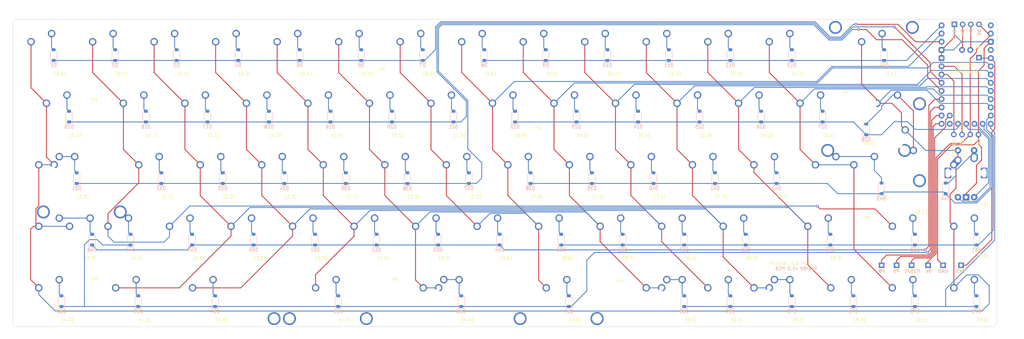
<source format=kicad_pcb>
(kicad_pcb (version 20221018) (generator pcbnew)
  (layers (0 "F.Cu" signal) (31 "B.Cu" signal) (34 "B.Paste" user) (35 "F.Paste" user) (36 "B.SilkS" user "B.Silkscreen") (37 "F.SilkS" user "F.Silkscreen") (38 "B.Mask" user) (39 "F.Mask" user) (44 "Edge.Cuts" user))
  (net 0 "")
  (net 1 "Net-(D1-A)")
  (net 2 "Net-(D2-A)")
  (net 3 "Net-(D3-A)")
  (net 4 "Net-(D4-A)")
  (net 5 "Net-(D5-A)")
  (net 6 "Net-(D6-A)")
  (net 7 "Net-(D7-A)")
  (net 8 "Net-(D8-A)")
  (net 9 "Net-(D9-A)")
  (net 10 "Net-(D10-A)")
  (net 11 "Net-(D11-A)")
  (net 12 "Net-(D12-A)")
  (net 13 "Net-(D13-A)")
  (net 14 "Net-(D14-A)")
  (net 15 "Net-(D15-A)")
  (net 16 "Net-(D16-A)")
  (net 17 "Net-(D17-A)")
  (net 18 "Net-(D18-A)")
  (net 19 "Net-(D19-A)")
  (net 20 "Net-(D20-A)")
  (net 21 "Net-(D21-A)")
  (net 22 "Net-(D22-A)")
  (net 23 "Net-(D23-A)")
  (net 24 "Net-(D24-A)")
  (net 25 "Net-(D25-A)")
  (net 26 "Net-(D26-A)")
  (net 27 "Net-(D27-A)")
  (net 28 "Net-(D28-A)")
  (net 29 "Net-(D31-A)")
  (net 30 "Net-(D32-A)")
  (net 31 "Net-(D33-A)")
  (net 32 "Net-(D34-A)")
  (net 33 "Net-(D35-A)")
  (net 34 "Net-(D36-A)")
  (net 35 "Net-(D37-A)")
  (net 36 "Net-(D38-A)")
  (net 37 "Net-(D39-A)")
  (net 38 "Net-(D40-A)")
  (net 39 "Net-(D41-A)")
  (net 40 "Net-(D42-A)")
  (net 41 "Net-(D43-A)")
  (net 42 "Net-(D44-A)")
  (net 43 "Net-(D47-A)")
  (net 44 "Net-(D48-A)")
  (net 45 "Net-(D49-A)")
  (net 46 "Net-(D50-A)")
  (net 47 "Net-(D51-A)")
  (net 48 "Net-(D52-A)")
  (net 49 "Net-(D53-A)")
  (net 50 "Net-(D54-A)")
  (net 51 "Net-(D55-A)")
  (net 52 "Net-(D56-A)")
  (net 53 "Net-(D57-A)")
  (net 54 "Net-(D58-A)")
  (net 55 "Net-(D59-A)")
  (net 56 "Net-(D60-A)")
  (net 57 "Net-(D61-A)")
  (net 58 "Net-(D62-A)")
  (net 59 "Net-(D63-A)")
  (net 60 "Net-(D64-A)")
  (net 61 "Net-(D65-A)")
  (net 62 "Net-(D66-A)")
  (net 63 "Net-(D67-A)")
  (net 64 "Net-(D68-A)")
  (net 65 "Net-(D69-A)")
  (net 66 "Net-(D70-A)")
  (net 67 "Net-(D71-A)")
  (net 68 "Net-(D72-A)")
  (net 69 "Net-(D73-A)")
  (net 72 "COL6")
  (net 73 "COL0")
  (net 74 "COL1")
  (net 75 "COL2")
  (net 76 "COL3")
  (net 77 "COL4")
  (net 78 "COL5")
  (net 79 "ROW0")
  (net 80 "ROW5")
  (net 81 "ROW1")
  (net 82 "ROW6")
  (net 83 "ROW2")
  (net 84 "ROW7")
  (net 85 "ROW4")
  (net 86 "ROW3")
  (net 87 "ROW8")
  (net 88 "ROW9")
  (net 89 "OLED SDA")
  (net 90 "OLED SCL")
  (net 91 "5V")
  (net 92 "GND")
  (net 93 "ENCODER_A")
  (net 94 "ENCODER_B")
  (net 95 "unconnected-(U1-P12-Pad25)")
  (net 96 "Net-(J1-Pin_2)")
  (net 97 "Net-(J1-Pin_3)")
  (net 98 "Net-(J3-Pin_1)")
  (net 99 "Net-(J4-Pin_1)")
  (net 100 "Net-(J5-Pin_1)")
  (net 101 "3V3")
  (footprint "PCM_marbastlib-mx:SW_MX_1u" (layer "F.Cu") (at 297.65625 59.53125 -90)
    (fp_text reference "MX29" hide)
    (fp_text value "MX_SW_solder")
  )
  (footprint "PCM_marbastlib-mx:SW_MX_1u" (layer "F.Cu") (at 121.44375 107.15625)
    (fp_text reference "MX65" hide)
    (fp_text value "MX_SW_solder")
  )
  (footprint "PCM_marbastlib-mx:SW_MX_1u" (layer "F.Cu") (at 271.4625 50.00625)
    (fp_text reference "MX27" hide)
    (fp_text value "MX_SW_solder")
  )
  (footprint "PCM_marbastlib-mx:SW_MX_1u" (layer "F.Cu") (at 280.9875 107.15625)
    (fp_text reference "MX71" hide)
    (fp_text value "MX_SW_solder")
  )
  (footprint "MountingHole:MountingHole_2.7mm_M2.5" (layer "F.Cu") (at 138.1125 40.48125)
    (fp_text reference "H2")
    (fp_text value "MountingHole")
  )
  (footprint "PCM_marbastlib-mx:SW_MX_1.75u" (layer "F.Cu") (at 40.48125 69.05625)
    (fp_text reference "MX31" hide)
    (fp_text value "MX_SW_solder")
  )
  (footprint "PCM_marbastlib-mx:SW_MX_1.75u_STP_1.25" (layer "F.Cu") (at 35.71875 69.05625)
    (fp_text reference "MX30" hide)
    (fp_text value "MX_SW_solder")
  )
  (footprint "PCM_marbastlib-mx:SW_MX_1u" (layer "F.Cu") (at 123.825 69.05625)
    (fp_text reference "MX35" hide)
    (fp_text value "MX_SW_solder")
  )
  (footprint "PCM_marbastlib-mx:SW_MX_1.25u" (layer "F.Cu") (at 83.34375 107.15625)
    (fp_text reference "MX64" hide)
    (fp_text value "MX_SW_solder")
  )
  (footprint "PCM_marbastlib-mx:SW_MX_1u" (layer "F.Cu") (at 157.1625 50.00625)
    (fp_text reference "MX21" hide)
    (fp_text value "MX_SW_solder")
  )
  (footprint "PCM_marbastlib-mx:SW_MX_1.25u" (layer "F.Cu") (at 159.54375 107.15625)
    (fp_text reference "MX66" hide)
    (fp_text value "MX_SW_solder")
  )
  (footprint "MountingHole:MountingHole_2.7mm_M2.5" (layer "F.Cu") (at 281.78125 47.625)
    (fp_text reference "H4")
    (fp_text value "MountingHole")
  )
  (footprint "MyLibrary:PinHeader_1x01_P2.54mm_Vertical_NOSS" (layer "F.Cu") (at 297.54375 97.63125 -90)
    (fp_text reference "J4" hide)
    (fp_text value "Conn_01x01_Socket")
  )
  (footprint "PCM_marbastlib-mx:SW_MX_1u" (layer "F.Cu") (at 261.9375 107.15625)
    (fp_text reference "MX70" hide)
    (fp_text value "MX_SW_solder")
  )
  (footprint "PCM_marbastlib-mx:SW_MX_1u" (layer "F.Cu") (at 223.8375 30.95625)
    (fp_text reference "MX11" hide)
    (fp_text value "MX_SW_solder")
  )
  (footprint "PCM_marbastlib-mx:SW_MX_1u" (layer "F.Cu") (at 242.8875 107.15625)
    (fp_text reference "MX69" hide)
    (fp_text value "MX_SW_solder")
  )
  (footprint "PCM_marbastlib-mx:SW_MX_1.5u" (layer "F.Cu") (at 257.175 107.15625)
    (fp_text reference "MX76" hide)
    (fp_text value "MX_SW_solder")
  )
  (footprint "PCM_marbastlib-mx:SW_MX_1u" (layer "F.Cu") (at 119.0625 50.00625)
    (fp_text reference "MX19" hide)
    (fp_text value "MX_SW_solder")
  )
  (footprint "PCM_marbastlib-mx:SW_MX_1u" (layer "F.Cu") (at 33.3375 30.95625)
    (fp_text reference "MX1" hide)
    (fp_text value "MX_SW_solder")
  )
  (footprint "PCM_marbastlib-mx:SW_MX_1.5u" (layer "F.Cu") (at 38.1 50.00625)
    (fp_text reference "MX15" hide)
    (fp_text value "MX_SW_solder")
  )
  (footprint "PCM_marbastlib-mx:SW_MX_1u" (layer "F.Cu") (at 319.0875 88.10625)
    (fp_text reference "MX61" hide)
    (fp_text value "MX_SW_solder")
  )
  (footprint "PCM_marbastlib-mx:SW_MX_1.75u" (layer "F.Cu") (at 273.84375 88.10625)
    (fp_text reference "MX59" hide)
    (fp_text value "MX_SW_solder")
  )
  (footprint "PCM_marbastlib-mx:STAB_MX_P_2.75u" (layer "F.Cu") (at 121.44375 107.15625 180)
    (fp_text reference "S5" hide)
    (fp_text value "MX_stab")
  )
  (footprint "Connector_PinHeader_2.54mm:PinHeader_1x04_P2.54mm_Vertical" (layer "F.Cu") (at 315.43625 23.01875 90)
    (fp_text reference "J1" hide)
    (fp_text value "Conn_01x04_Socket")
  )
  (footprint "PCM_marbastlib-mx:SW_MX_1u" (layer "F.Cu") (at 114.3 88.10625)
    (fp_text reference "MX51" hide)
    (fp_text value "MX_SW_solder")
  )
  (footprint "PCM_marbastlib-mx:SW_MX_1u" (layer "F.Cu") (at 200.025 69.05625)
    (fp_text reference "MX39" hide)
    (fp_text value "MX_SW_solder")
  )
  (footprint "PCM_marbastlib-mx:SW_MX_1u" (layer "F.Cu") (at 133.35 88.10625)
    (fp_text reference "MX52" hide)
    (fp_text value "MX_SW_solder")
  )
  (footprint "PCM_marbastlib-mx:STAB_MX_P_2u" (layer "F.Cu") (at 290.5125 30.95625)
    (fp_text reference "S1" hide)
    (fp_text value "MX_stab")
  )
  (footprint "PCM_marbastlib-mx:SW_MX_1.5u" (layer "F.Cu") (at 295.275 50.00625)
    (fp_text reference "MX28" hide)
    (fp_text value "MX_SW_solder")
  )
  (footprint "PCM_marbastlib-mx:STAB_MX_P_2.25u" (layer "F.Cu") (at 45.24375 88.10625)
    (fp_text reference "S4" hide)
    (fp_text value "MX_stab")
  )
  (footprint "PCM_marbastlib-xp-promicroish:Helios_AH_USBup" (layer "F.Cu") (at 319.0875 39.84625)
    (fp_text reference "U1" hide)
    (fp_text value "Helios")
  )
  (footprint "PCM_marbastlib-mx:SW_MX_1u" (layer "F.Cu") (at 242.8875 30.95625)
    (fp_text reference "MX12" hide)
    (fp_text value "MX_SW_solder")
  )
  (footprint "PCM_marbastlib-mx:SW_MX_1u" (layer "F.Cu") (at 300.0375 88.10625)
    (fp_text reference "MX60" hide)
    (fp_text value "MX_SW_solder")
  )
  (footprint "PCM_marbastlib-mx:SW_MX_1u" (layer "F.Cu") (at 214.3125 50.00625)
    (fp_text reference "MX24" hide)
    (fp_text value "MX_SW_solder")
  )
  (footprint "MountingHole:MountingHole_2.7mm_M2.5" (layer "F.Cu") (at 288.13125 86.51875)
    (fp_text reference "H8")
    (fp_text value "MountingHole")
  )
  (footprint "PCM_marbastlib-mx:SW_MX_1u" (layer "F.Cu") (at 154.78125 107.15625)
    (fp_text reference "MX74" hide)
    (fp_text value "MX_SW_solder")
  )
  (footprint "MountingHole:MountingHole_2.7mm_M2.5" (layer "F.Cu") (at 49.2125 50.00625)
    (fp_text reference "H1")
    (fp_text value "MountingHole")
  )
  (footprint "PCM_marbastlib-mx:SW_MX_1u" (layer "F.Cu") (at 90.4875 30.95625)
    (fp_text reference "MX4" hide)
    (fp_text value "MX_SW_solder")
  )
  (footprint "PCM_marbastlib-mx:SW_MX_1u" (layer "F.Cu") (at 109.5375 30.95625)
    (fp_text reference "MX5" hide)
    (fp_text value "MX_SW_solder")
  )
  (footprint "MyLibrary:PinHeader_1x01_P2.54mm_Vertical_NOSS" (layer "F.Cu") (at 302.19375 97.63125 -90)
    (fp_text reference "J3" hide)
    (fp_text value "Conn_01x01_Socket")
  )
  (footprint "PCM_marbastlib-mx:SW_MX_1u" (layer "F.Cu") (at 171.45 88.10625)
    (fp_text reference "MX54" hide)
    (fp_text value "MX_SW_solder")
  )
  (footprint "kicad-bits-master:EC11-MX-Alps" (layer "F.Cu") (at 319.04375 69.05625)
    (fp_text reference "SW2" hide)
    (fp_text value "EC11-MX-Alps")
  )
  (footprint "PCM_marbastlib-mx:SW_MX_1u" (layer "F.Cu") (at 85.725 69.05625)
    (fp_text reference "MX33" hide)
    (fp_text value "MX_SW_solder")
  )
  (footprint "PCM_marbastlib-mx:SW_MX_1u" (layer "F.Cu") (at 142.875 69.05625)
    (fp_text reference "MX36" hide)
    (fp_text value "MX_SW_solder")
  )
  (footprint "PCM_marbastlib-mx:SW_MX_1u" (layer "F.Cu") (at 233.3625 50.00625)
    (fp_text reference "MX25" hide)
    (fp_text value "MX_SW_solder")
  )
  (footprint "PCM_marbastlib-mx:STAB_MX_P_2.25u" (layer "F.Cu") (at 288.13125 69.05625)
    (fp_text reference "S2" hide)
    (fp_text value "MX_stab")
  )
  (footprint "PCM_marbastlib-mx:SW_MX_1u" (layer "F.Cu") (at 276.225 69.05625)
    (fp_text reference "MX45" hide)
    (fp_text value "MX_SW_solder")
  )
  (footprint "PCM_marbastlib-mx:SW_MX_1u" (layer "F.Cu") (at 71.4375 30.95625)
    (fp_text reference "MX3" hide)
    (fp_text value "MX_SW_solder")
  )
  (footprint "PCM_marbastlib-mx:SW_MX_1u" (layer "F.Cu") (at 128.5875 30.95625)
    (fp_text reference "MX6" hide)
    (fp_text value "MX_SW_solder")
  )
  (footprint "PCM_marbastlib-mx:SW_MX_1u" (layer "F.Cu") (at 95.25 88.10625)
    (fp_text reference "MX50" hide)
    (fp_text value "MX_SW_solder")
  )
  (footprint "PCM_marbastlib-mx:SW_MX_1.5u" (layer "F.Cu") (at 228.6 107.15625)
    (fp_text reference "MX75" hide)
    (fp_text value "MX_SW_solder")
  )
  (footprint "PCM_marbastlib-mx:SW_MX_1u" (layer "F.Cu") (at 166.6875 30.95625)
    (fp_text reference "MX8" hide)
    (fp_text value "MX_SW_solder")
  )
  (footprint "PCM_marbastlib-mx:SW_MX_1u" (layer "F.Cu") (at 76.2 88.10625)
    (fp_text reference "MX49" hide)
    (fp_text value "MX_SW_solder")
  )
  (footprint "PCM_marbastlib-mx:SW_MX_1u" (layer "F.Cu") (at 66.675 69.05625)
    (fp_text reference "MX32" hide)
    (fp_text value "MX_SW_solder")
  )
  (footprint "PCM_marbastlib-mx:SW_MX_1.25u" (layer "F.Cu") (at 59.53125 107.15625)
    (fp_text reference "MX63" hide)
    (fp_text value "MX_SW_solder")
  )
  (footprint "PCM_marbastlib-mx:SW_MX_1u" (layer "F.Cu") (at 219.075 69.05625)
    (fp_text reference "MX40" hide)
    (fp_text value "MX_SW_solder")
  )
  (footprint "PCM_marbastlib-mx:SW_MX_1u" (layer "F.Cu") (at 290.5125 30.95625)
    (fp_text reference "MX14" hide)
    (fp_text value "MX_SW_solder")
  )
  (footprint "MyLibrary:PinHeader_1x01_P2.54mm_Vertical_NOSS" (layer "F.Cu") (at 311.94375 97.63125 90)
    (fp_text reference "J7" hide)
    (fp_text value "Conn_01x01_Socket")
  )
  (footprint "MountingHole:MountingHole_2.7mm_M2.5" (layer "F.Cu") (at 49.2125 105.56875)
    (fp_text reference "H5")
    (fp_text value "MountingHole")
  )
  (footprint "MountingHole:MountingHole_2.7mm_M2.5" (layer "F.Cu") (at 211.93125 106.3625)
    (fp_text reference "H7")
    (fp_text value "MountingHole")
  )
  (footprint "PCM_marbastlib-mx:SW_MX_1u" (layer "F.Cu") (at 161.925 69.05625)
    (fp_text reference "MX37" hide)
    (fp_text value "MX_SW_solder")
  )
  (footprint "PCM_marbastlib-mx:SW_MX_1u" (layer "F.Cu") (at 288.13125 69.05625)
    (fp_text reference "MX43" hide)
    (fp_text value "MX_SW_solder")
  )
  (footprint "PCM_marbastlib-mx:SW_MX_1u" (layer "F.Cu") (at 257.175 69.05625)
    (fp_text reference "MX42" hide)
    (fp_text value "MX_SW_solder")
  )
  (footprint "PCM_marbastlib-mx:SW_MX_1u" (layer "F.Cu") (at 247.65 88.10625)
    (fp_text reference "MX58" hide)
    (fp_text value "MX_SW_solder")
  )
  (footprint "PCM_marbastlib-mx:SW_MX_1u" (layer "F.Cu") (at 195.2625 50.00625)
    (fp_text reference "MX23" hide)
    (fp_text value "MX_SW_solder")
  )
  (footprint "Keebio-Parts.pretty-master:I2C_Breakout" (layer "F.Cu") (at 322.8875 57.15 -90)
    (fp_text reference "OL1" hide)
    (fp_text value "OLED")
  )
  (footprint "PCM_marbastlib-mx:SW_MX_1u" (layer "F.Cu") (at 176.2125 50.00625)
    (fp_text reference "MX22" hide)
    (fp_text value "MX_SW_solder")
  )
  (footprint "PCM_marbastlib-mx:SW_MX_1u" (layer "F.Cu") (at 80.9625 50.00625)
    (fp_text reference "MX17" hide)
    (fp_text value "MX_SW_solder")
  )
  (footprint "MyLibrary:PinHeader_1x01_P2.54mm_Vertical_NOSS" (layer "F.Cu") (at 292.89375 97.63125 -90)
    (fp_text reference "J5" hide)
    (fp_text value "Conn_01x01_Socket")
  )
  (footprint "MountingHole:MountingHole_2.7mm_M2.5" (layer "F.Cu") (at 186.53125 58.7375)
    (fp_text reference "H3")
    (fp_text value "MountingHole")
  )
  (footprint "MyLibrary:PinHeader_1x01_P2.54mm_Vertical_NOSS" (layer "F.Cu") (at 307.29375 97.63125 90)
    (fp_text reference "J6" hide)
    (fp_text value "Conn_01x01_Socket")
  )
  (footprint "MountingHole:MountingHole_2.7mm_M2.5" (layer "F.Cu") (at 142.08125 105.56875)
    (fp_text reference "H6")
    (fp_text value "MountingHole")
  )
  (footprint "PCM_marbastlib-mx:SW_MX_1u" (layer "F.Cu") (at 209.55 88.10625)
    (fp_text reference "MX56" hide)
    (fp_text value "MX_SW_solder")
  )
  (footprint "PCM_marbastlib-mx:SW_MX_1u" (layer "F.Cu") (at 61.9125 50.00625)
    (fp_text reference "MX16" hide)
    (fp_text value "MX_SW_solder")
  )
  (footprint "PCM_marbastlib-mx:SW_MX_1u" (layer "F.Cu") (at 228.6 88.10625)
    (fp_text reference "MX57" hide)
    (fp_text value "MX_SW_solder")
  )
  (footprint "PCM_marbastlib-mx:SW_MX_1u" (layer "F.Cu") (at 57.15 88.10625)
    (fp_text reference "MX47" hide)
    (fp_text value "MX_SW_solder")
  )
  (footprint "PCM_marbastlib-mx:STAB_MX_P_6.25u" (layer "F.Cu") (at 154.78125 107.15625 180)
    (fp_text reference "S7" hide)
    (fp_text value "MX_stab")
  )
  (footprint "PCM_marbastlib-mx:SW_MX_1u" (layer "F.Cu") (at 223.8375 107.15625)
    (fp_text reference "MX68" hide)
    (fp_text value "MX_SW_solder")
  )
  (footprint "PCM_marbastlib-mx:SW_MX_1u" (layer "F.Cu") (at 104.775 69.05625)
    (fp_text reference "MX34" hide)
    (fp_text value "MX_SW_solder")
  )
  (footprint "PCM_marbastlib-mx:SW_MX_1u" (layer "F.Cu") (at 100.0125 50.00625)
    (fp_text reference "MX18" hide)
    (fp_text value "MX_SW_solder")
  )
  (footprint "PCM_marbastlib-mx:SW_MX_1.25u" (layer "F.Cu") (at 35.71875 107.15625)
    (fp_text reference "MX62" hide)
    (fp_text value "MX_SW_solder")
  )
  (footprint "PCM_marbastlib-mx:STAB_MX_P_ISO" (layer "F.Cu") (at 297.65625 59.53125 180)
    (fp_text reference "S3" hide)
    (fp_text value "MX_stab")
  )
  (footprint "PCM_marbastlib-mx:SW_MX_1u" (layer "F.Cu") (at 238.125 69.05625)
    (fp_text reference "MX41" hide)
    (fp_text value "MX_SW_solder")
  )
  (footprint "PCM_marbastlib-mx:SW_MX_1u" (layer "F.Cu") (at 185.7375 30.95625)
    (fp_text reference "MX9" hide)
    (fp_text value "MX_SW_solder")
  )
  (footprint "PCM_marbastlib-mx:SW_MX_1u" (layer "F.Cu") (at 180.975 69.05625)
    (fp_text reference "MX38" hide)
    (fp_text value "MX_SW_solder")
  )
  (footprint "PCM_marbastlib-mx:SW_MX_1u" (layer "F.Cu") (at 300.0375 107.15625)
    (fp_text reference "MX72" hide)
    (fp_text value "MX_SW_solder")
  )
  (footprint "PCM_marbastlib-mx:SW_MX_1u" (layer "F.Cu") (at 190.5 88.10625)
    (fp_text reference "MX55" hide)
    (fp_text value "MX_SW_solder")
  )
  (footprint "PCM_marbastlib-mx:STAB_MX_P_2.25u" (layer "F.Cu") (at 192.88125 107.15625 180)
    (fp_text reference "S6" hide)
    (fp_text value "MX_stab")
  )
  (footprint "PCM_marbastlib-mx:SW_MX_1u" (layer "F.Cu") (at 138.1125 50.00625)
    (fp_text reference "MX20" hide)
    (fp_text value "MX_SW_solder")
  )
  (footprint "PCM_marbastlib-mx:SW_MX_1u" (layer "F.Cu") (at 147.6375 30.95625)
    (fp_text reference "MX7" hide)
    (fp_text value "MX_SW_solder")
  )
  (footprint "PCM_marbastlib-mx:SW_MX_1u" (layer "F.Cu") (at 319.0875 107.15625)
    (fp_text reference "MX73" hide)
    (fp_text value "MX_SW_solder")
  )
  (footprint "PCM_marbastlib-mx:SW_MX_1u" (layer "F.Cu") (at 45.24375 88.10625)
    (fp_text reference "MX48" hide)
    (fp_text value "MX_SW_solder")
  )
  (footprint "PCM_marbastlib-mx:SW_MX_1u" (layer "F.Cu") (at 152.4 88.10625)
    (fp_text reference "MX53" hide)
    (fp_text value "MX_SW_solder")
  )
  (footprint "PCM_marbastlib-mx:SW_MX_1u" (layer "F.Cu") (at 192.88125 107.15625)
    (fp_text reference "MX67" hide)
    (fp_text value "MX_SW_solder")
  )
  (footprint "PCM_marbastlib-mx:SW_MX_1u" (layer "F.Cu") (at 204.7875 30.95625)
    (fp_text reference "MX10" hide)
    (fp_text value "MX_SW_solder")
  )
  (footprint "MyLibrary:PinHeader_1x01_P2.54mm_Vertical_NOSS" (layer "F.Cu") (at 317.5 97.63125)
    (fp_text reference "J8" hide)
    (fp_text value "Conn_01x01_Socket")
  )
  (footprint "PCM_marbastlib-mx:SW_MX_1.25u" (layer "F.Cu") (at 35.71875 88.10625)
    (fp_text reference "MX46" hide)
    (fp_text value "MX_SW_solder")
  )
  (footprint "PCM_marbastlib-mx:SW_MX_1u" (layer "F.Cu") (at 261.9375 30.95625)
    (fp_text reference "MX13" hide)
    (fp_text value "MX_SW_solder")
  )
  (footprint "PCM_marbastlib-mx:SW_MX_1u" (layer "F.Cu") (at 52.3875 30.95625)
    (fp_text reference "MX2" hide)
    (fp_text value "MX_SW_solder")
  )
  (footprint "MyLibrary:PinHeader_1x01_P2.54mm_Vertical_NOSS" (layer "F.Cu") (at 323.05625 33.3375)
    (fp_text reference "J2" hide)
    (fp_text value "Conn_01x01_Socket")
  )
  (footprint "PCM_marbastlib-mx:SW_MX_1u" (layer "F.Cu") (at 252.4125 50.00625)
    (fp_text reference "MX26" hide)
    (fp_text value "MX_SW_solder")
  )
  (footprint "MyLibrary:D_SOD-123_RotatedSS" (layer "B.Cu") (at 74.6125 32.54375 90)
    (fp_text reference "D3")
    (fp_text value "D_Small")
  )
  (footprint "MyLibrary:D_SOD-123_RotatedSS" (layer "B.Cu") (at 124.61875 108.74375 90)
    (fp_text reference "D65")
    (fp_text value "D_Small")
  )
  (footprint "MyLibrary:D_SOD-123_RotatedSS" (layer "B.Cu") (at 179.3875 51.59375 90)
    (fp_text reference "D22")
    (fp_text value "D_Small")
  )
  (footprint "MyLibrary:D_SOD-123_RotatedSS" (layer "B.Cu") (at 198.4375 51.59375 90)
    (fp_text reference "D23")
    (fp_text value "D_Small")
  )
  (footprint "MyLibrary:D_SOD-123_RotatedSS" (layer "B.Cu") (at 227.0125 32.54375 90)
    (fp_text reference "D11")
    (fp_text value "D_Small")
  )
  (footprint "MyLibrary:D_SOD-123_RotatedSS" (layer "B.Cu") (at 38.89375 108.74375 90)
    (fp_text reference "D62")
    (fp_text value "D_Small")
  )
  (footprint "MyLibrary:D_SOD-123_RotatedSS" (layer "B.Cu") (at 293.6875 32.54375 90)
    (fp_text reference "D14")
    (fp_text value "D_Small")
  )
  (footprint "MyLibrary:D_SOD-123_RotatedSS" (layer "B.Cu") (at 169.8625 32.54375 90)
    (fp_text reference "D8")
    (fp_text value "D_Small")
  )
  (footprint "MyLibrary:D_SOD-123_RotatedSS" (layer "B.Cu") (at 207.9625 32.54375 90)
    (fp_text reference "D10")
    (fp_text value "D_Small")
  )
  (footprint "MyLibrary:D_SOD-123_RotatedSS" (layer "B.Cu") (at 274.6375 51.59375 90)
    (fp_text reference "D27")
    (fp_text value "D_Small")
  )
  (footprint "MyLibrary:D_SOD-123_RotatedSS" (layer "B.Cu") (at 255.5875 51.59375 90)
    (fp_text reference "D26")
    (fp_text value "D_Small")
  )
  (footprint "MyLibrary:D_SOD-123_RotatedSS" (layer "B.Cu") (at 165.1 70.64375 90)
    (fp_text reference "D37")
    (fp_text value "D_Small")
  )
  (footprint "MyLibrary:D_SOD-123_RotatedSS" (layer "B.Cu") (at 212.725 89.69375 90)
    (fp_text reference "D56")
    (fp_text value "D_Small")
  )
  (footprint "MyLibrary:D_SOD-123_RotatedSS" (layer "B.Cu") (at 284.1625 108.74375 90)
    (fp_text reference "D71")
    (fp_text value "D_Small")
  )
  (footprint "MyLibrary:D_SOD-123_RotatedSS" (layer "B.Cu") (at 292.89375 73.81875 90)
    (fp_text reference "D43")
    (fp_text value "D_Small")
  )
  (footprint "MyLibrary:D_SOD-123_RotatedSS" (layer "B.Cu") (at 69.85 70.64375 90)
    (fp_text reference "D32")
    (fp_text value "D_Small")
  )
  (footprint "MyLibrary:D_SOD-123_RotatedSS" (layer "B.Cu") (at 265.1125 32.54375 90)
    (fp_text reference "D13")
    (fp_text value "D_Small")
  )
  (footprint "MyLibrary:D_SOD-123_RotatedSS" (layer "B.Cu") (at 107.95 70.64375 90)
    (fp_text reference "D34")
    (fp_text value "D_Small")
  )
  (footprint "MyLibrary:D_SOD-123_RotatedSS" (layer "B.Cu") (at 203.2 70.64375 90)
    (fp_text reference "D39")
    (fp_text value "D_Small")
  )
  (footprint "MyLibrary:D_SOD-123_RotatedSS" (layer "B.Cu") (at 131.7625 32.54375 90)
    (fp_text reference "D6")
    (fp_text value "D_Small")
  )
  (footprint "MyLibrary:D_SOD-123_RotatedSS" (layer "B.Cu") (at 246.0625 108.74375 90)
    (fp_text reference "D69")
    (fp_text value "D_Small")
  )
  (footprint "MyLibrary:D_SOD-123_RotatedSS" (layer "B.Cu") (at 303.2125 108.74375 90)
    (fp_text reference "D72")
    (fp_text value "D_Small")
  )
  (footprint "MyLibrary:D_SOD-123_RotatedSS" (layer "B.Cu") (at 86.51875 108.74375 90)
    (fp_text reference "D64")
    (fp_text value "D_Small")
  )
  (footprint "MyLibrary:D_SOD-123_RotatedSS" (layer "B.Cu") (at 312.7375 73.81875 90)
    (fp_text reference "D44")
    (fp_text value "D_Small")
  )
  (footprint "MyLibrary:D_SOD-123_RotatedSS" (layer "B.Cu") (at 103.1875 51.59375 90)
    (fp_text reference "D18")
    (fp_text value "D_Small")
  )
  (footprint "MyLibrary:D_SOD-123_RotatedSS" (layer "B.Cu") (at 188.9125 32.54375 90)
    (fp_text reference "D9")
    (fp_text value "D_Small")
  )
  (footprint "MyLibrary:D_SOD-123_RotatedSS" (layer "B.Cu") (at 162.71875 108.74375 90)
    (fp_text reference "D66")
    (fp_text value "D_Small")
  )
  (footprint "MyLibrary:D_SOD-123_RotatedSS" (layer "B.Cu") (at 250.825 89.69375 90)
    (fp_text reference "D58")
    (fp_text value "D_Small")
  )
  (footprint "MyLibrary:D_SOD-123_RotatedSS" (layer "B.Cu") (at 41.275 51.59375 90)
    (fp_text reference "D15")
    (fp_text value "D_Small")
  )
  (footprint "MyLibrary:D_SOD-123_RotatedSS" (layer "B.Cu") (at 303.2125 89.69375 90)
    (fp_text reference "D60")
    (fp_text value "D_Small")
  )
  (footprint "MyLibrary:D_SOD-123_RotatedSS" (layer "B.Cu") (at 117.475 89.69375 90)
    (fp_text reference "D51")
    (fp_text value "D_Small")
  )
  (footprint "MyLibrary:D_SOD-123_RotatedSS" (layer "B.Cu") (at 84.1375 51.59375 90)
    (fp_text reference "D17")
    (fp_text value "D_Small")
  )
  (footprint "MyLibrary:D_SOD-123_RotatedSS" (layer "B.Cu") (at 43.65625 70.64375 90)
    (fp_text reference "D31")
    (fp_text value "D_Small")
  )
  (footprint "MyLibrary:D_SOD-123_RotatedSS" (layer "B.Cu") (at 112.7125 32.54375 90)
    (fp_text reference "D5")
    (fp_text value "D_Small")
  )
  (footprint "MyLibrary:D_SOD-123_RotatedSS" (layer "B.Cu") (at 184.15 70.64375 90)
    (fp_text reference "D38")
    (fp_text value "D_Small")
  )
  (footprint "MyLibrary:D_SOD-123_RotatedSS" (layer "B.Cu") (at 48.41875 89.69375 90)
    (fp_text reference "D48")
    (fp_text value "D_Small")
  )
  (footprint "MyLibrary:D_SOD-123_RotatedSS" (layer "B.Cu") (at 288.13125 55.5625 90)
    (fp_text reference "D28")
    (fp_text value "D_Small")
  )
  (footprint "MyLibrary:D_SOD-123_RotatedSS" (layer "B.Cu") (at 231.775 108.74375 90)
    (fp_text reference "D68")
    (fp_text value "D_Small")
  )
  (footprint "MyLibrary:D_SOD-123_RotatedSS" (layer "B.Cu") (at 146.05 70.64375 90)
    (fp_text reference "D36")
    (fp_text value "D_Small")
  )
  (footprint "MyLibrary:D_SOD-123_RotatedSS" (layer "B.Cu") (at 196.05625 108.74375 90)
    (fp_text reference "D67")
    (fp_text value "D_Small")
  )
  (footprint "MyLibrary:D_SOD-123_RotatedSS" (layer "B.Cu") (at 217.4875 51.59375 90)
    (fp_text reference "D24")
    (fp_text value "D_Small")
  )
  (footprint "MyLibrary:D_SOD-123_RotatedSS" (layer "B.Cu") (at 160.3375 51.59375 90)
    (fp_text reference "D21")
    (fp_text value "D_Small")
  )
  (footprint "MyLibrary:D_SOD-123_RotatedSS" (layer "B.Cu") (at 193.675 89.69375 90)
    (fp_text reference "D55")
    (fp_text value "D_Small")
  )
  (footprint "MyLibrary:D_SOD-123_RotatedSS" (layer "B.Cu") (at 322.2625 89.69375 90)
    (fp_text reference "D61")
    (fp_text value "D_Small")
  )
  (footprint "MyLibrary:D_SOD-123_RotatedSS" (layer "B.Cu") (at 127 70.64375 90)
    (fp_text reference "D35")
    (fp_text value "D_Small")
  )
  (footprint "MyLibrary:D_SOD-123_RotatedSS" (layer "B.Cu") (at 141.2875 51.59375 90)
    (fp_text reference "D20")
    (fp_text value "D_Small")
  )
  (footprint "MyLibrary:D_SOD-123_RotatedSS" (layer "B.Cu") (at 65.0875 51.59375 90)
    (fp_text reference "D16")
    (fp_text value "D_Small")
  )
  (footprint "MyLibrary:D_SOD-123_RotatedSS" (layer "B.Cu") (at 241.3 70.64375 90)
    (fp_text reference "D41")
    (fp_text value "D_Small")
  )
  (footprint "MyLibrary:D_SOD-123_RotatedSS" (layer "B.Cu") (at 36.5125 32.54375 90)
    (fp_text reference "D1")
    (fp_text value "D_Small")
  )
  (footprint "MyLibrary:D_SOD-123_RotatedSS" (layer "B.Cu") (at 277.01875 89.69375 90)
    (fp_text reference "D59")
    (fp_text value "D_Small")
  )
  (footprint "MyLibrary:D_SOD-123_RotatedSS" (layer "B.Cu") (at 265.1125 108.74375 90)
    (fp_text reference "D70")
    (fp_text value "D_Small")
  )
  (footprint "MyLibrary:D_SOD-123_RotatedSS" (layer "B.Cu") (at 122.2375 51.59375 90)
    (fp_text reference "D19")
    (fp_text value "D_Small")
  )
  (footprint "MyLibrary:D_SOD-123_RotatedSS" (layer "B.Cu") (at 150.8125 32.54375 90)
    (fp_text reference "D7")
    (fp_text value "D_Small")
  )
  (footprint "MyLibrary:D_SOD-123_RotatedSS" (layer "B.Cu") (at 260.35 70.64375 90)
    (fp_text reference "D42")
    (fp_text value "D_Small")
  )
  (footprint "MyLibrary:D_SOD-123_RotatedSS" (layer "B.Cu") (at 246.0625 32.54375 90)
    (fp_text reference "D12")
    (fp_text value "D_Small")
  )
  (footprint "MyLibrary:D_SOD-123_RotatedSS" (layer "B.Cu") (at 136.525 89.69375 90)
    (fp_text reference "D52")
    (fp_text value "D_Small")
  )
  (footprint "MyLibrary:D_SOD-123_RotatedSS" (layer "B.Cu") (at 55.5625 32.54375 90)
    (fp_text reference "D2")
    (fp_text value "D_Small")
  )
  (footprint "MyLibrary:D_SOD-123_RotatedSS" (layer "B.Cu") (at 60.325 89.69375 90)
    (fp_text reference "D47")
    (fp_text value "D_Small")
  )
  (footprint "MyLibrary:D_SOD-123_RotatedSS" (layer "B.Cu") (at 62.70625 108.74375 90)
    (fp_text reference "D63")
    (fp_text value "D_Small")
  )
  (footprint "MyLibrary:D_SOD-123_RotatedSS" (layer "B.Cu") (at 93.6625 32.54375 90)
    (fp_text reference "D4")
    (fp_text value "D_Small")
  )
  (footprint "MyLibrary:D_SOD-123_RotatedSS" (layer "B.Cu") (at 222.25 70.64375 90)
    (fp_text reference "D40")
    (fp_text value "D_Small")
  )
  (footprint "MyLibrary:D_SOD-123_RotatedSS" (layer "B.Cu") (at 174.625 89.69375 90)
    (fp_text reference "D54")
    (fp_text value "D_Small")
  )
  (footprint "MyLibrary:D_SOD-123_RotatedSS" (layer "B.Cu") (at 155.575 89.69375 90)
    (fp_text reference "D53")
    (fp_text value "D_Small")
  )
  (footprint "MyLibrary:D_SOD-123_RotatedSS" (layer "B.Cu") (at 322.2625 108.74375 90)
    (fp_text reference "D73")
    (fp_text value "D_Small")
  )
  (footprint "MyLibrary:D_SOD-123_RotatedSS" (layer "B.Cu") (at 231.775 89.69375 90)
    (fp_text reference "D57")
    (fp_text value "D_Small")
  )
  (footprint "MyLibrary:D_SOD-123_RotatedSS" (layer "B.Cu") (at 79.375 89.69375 90)
    (fp_text reference "D49")
    (fp_text value "D_Small")
  )
  (footprint "MyLibrary:D_SOD-123_RotatedSS" (layer "B.Cu") (at 88.9 70.64375 90)
    (fp_text reference "D33")
    (fp_text value "D_Small")
  )
  (footprint "MyLibrary:D_SOD-123_RotatedSS" (layer "B.Cu") (at 236.5375 51.59375 90)
    (fp_text reference "D25")
    (fp_text value "D_Small")
  )
  (footprint "MyLibrary:D_SOD-123_RotatedSS" (layer "B.Cu") (at 98.425 89.69375 90)
    (fp_text reference "D50")
    (fp_text value "D_Small")
  )
  (gr_line (start 23.8125 23.01875) (end 23.8125 115.1) (stroke (width 0.1)) (layer "Edge.Cuts"))
  (gr_line (start 327.025 21.43125) (end 25.4 21.43125) (stroke (width 0.1)) (layer "Edge.Cuts"))
  (gr_arc (start 25.4 116.6875) (mid 24.277468 116.222532) (end 23.8125 115.1) (stroke (width 0.1)) (layer "Edge.Cuts"))
  (gr_arc (start 23.8125 23.01875) (mid 24.277468 21.896218) (end 25.4 21.43125) (stroke (width 0.1)) (layer "Edge.Cuts"))
  (gr_line (start 328.612499 115.1) (end 328.6125 23.01875) (stroke (width 0.1)) (layer "Edge.Cuts"))
  (gr_line (start 25.4 116.6875) (end 327.025 116.687499) (stroke (width 0.1)) (layer "Edge.Cuts"))
  (gr_arc (start 327.025 21.43125) (mid 328.147532 21.896218) (end 328.6125 23.01875) (stroke (width 0.1)) (layer "Edge.Cuts"))
  (gr_arc (start 328.612499 115.1) (mid 328.147531 116.222531) (end 327.025 116.687499) (stroke (width 0.1)) (layer "Edge.Cuts"))
  (gr_text "Pear69 v1.0 PCB" (at 273.05 99.21875) (layer "B.SilkS") (effects (font (size 1 1)) (justify left bottom mirror)))
  (gr_text "GND" (at 316.1 24.45 90) (layer "B.SilkS") (effects (font (size 1 1)) (justify left bottom mirror)))
  (gr_text "3V3" (at 318.9 100) (layer "B.SilkS") (effects (font (size 1 1)) (justify left bottom mirror)))
  (gr_text "P8" (at 294 100) (layer "B.SilkS") (effects (font (size 1 1)) (justify left bottom mirror)))
  (gr_text "5V" (at 323.75 24.5 90) (layer "B.SilkS") (effects (font (size 1 1)) (justify left bottom mirror)))
  (gr_text "GND" (at 313.55625 100.0125) (layer "B.SilkS") (effects (font (size 1 1)) (justify left bottom mirror)))
  (gr_text "D-" (at 321.15 24.45 90) (layer "B.SilkS") (effects (font (size 1 1)) (justify left bottom mirror)))
  (gr_text "P25/L" (at 304.85 100) (layer "B.SilkS") (effects (font (size 1 1)) (justify left bottom mirror)))
  (gr_text "P9" (at 298.65 100) (layer "B.SilkS") (effects (font (size 1 1)) (justify left bottom mirror)))
  (gr_text "D+" (at 318.6 24.45 90) (layer "B.SilkS") (effects (font (size 1 1)) (justify left bottom mirror)))
  (gr_text "5V" (at 308.4875 100) (layer "B.SilkS") (effects (font (size 1 1)) (justify left bottom mirror)))
  (gr_text "(6,3)" (at 236.5375 57.94375) (layer "F.SilkS") (effects (font (size 1 1)) (justify left bottom)))
  (gr_text "(0,3)" (at 93.6625 38.89375) (layer "F.SilkS") (effects (font (size 1 1)) (justify left bottom)))
  (gr_text "(7,6)" (at 184.15 76.99375) (layer "F.SilkS") (effects (font (size 1 1)) (justify left bottom)))
  (gr_text "(4,1)" (at 60.325 96.04375) (layer "F.SilkS") (effects (font (size 1 1)) (justify left bottom)))
  (gr_text "(1,4)" (at 122.2375 57.94375) (layer "F.SilkS") (effects (font (size 1 1)) (justify left bottom)))
  (gr_text "3V3" (at 316.05 100) (layer "F.SilkS") (effects (font (size 1 1)) (justify left bottom)))
  (gr_text "D+" (at 317.35 24.45 -90) (layer "F.SilkS") (effects (font (size 1 1)) (justify left bottom)))
  (gr_text "(9,1)" (at 303.2125 115.09375) (layer "F.SilkS") (effects (font (size 1 1)) (justify left bottom)))
  (gr_text "(2,2)" (at 88.9 76.99375) (layer "F.SilkS") (effects (font (size 1 1)) (justify left bottom)))
  (gr_text "(6,5)" (at 198.4375 57.94375) (layer "F.SilkS") (effects (font (size 1 1)) (justify left bottom)))
  (gr_text "(2,3)" (at 107.95 76.99375) (layer "F.SilkS") (effects (font (size 1 1)) (justify left bottom)))
  (gr_text "D-" (at 319.9 24.45 -90) (layer "F.SilkS") (effects (font (size 1 1)) (justify left bottom)))
  (gr_text "(2,4)" (at 127 76.99375) (layer "F.SilkS") (effects (font (size 1 1)) (justify left bottom)))
  (gr_text "(3,4)" (at 136.525 96.04375) (layer "F.SilkS") (effects (font (size 1 1)) (justify left bottom)))
  (gr_text "(9,0)" (at 322.2625 115.09375) (layer "F.SilkS") (effects (font (size 1 1)) (justify left bottom)))
  (gr_text "P8" (at 291.85 100) (layer "F.SilkS") (effects (font (size 1 1)) (justify left bottom)))
  (gr_text "(3,2)" (at 98.425 96.04375) (layer "F.SilkS") (effects (font (size 1 1)) (justify left bottom)))
  (gr_text "(9,5)" (at 231.775 115.09375) (layer "F.SilkS") (effects (font (size 1 1)) (justify left bottom)))
  (gr_text "(2,5)" (at 146.05 76.99375) (layer "F.SilkS") (effects (font (size 1 1)) (justify left bottom)))
  (gr_text "(5,3)" (at 227.0125 38.89375) (layer "F.SilkS") (effects (font (size 1 1)) (justify left bottom)))
  (gr_text "(0,5)" (at 131.7625 38.89375) (layer "F.SilkS") (effects (font (size 1 1)) (justify left bottom)))
  (gr_text "(4,4)" (at 124.61875 115.09375) (layer "F.SilkS") (effects (font (size 1 1)) (justify left bottom)))
  (gr_text "(5,1)" (at 265.1125 38.89375) (layer "F.SilkS") (effects (font (size 1 1)) (justify left bottom)))
  (gr_text "(9,3)" (at 265.1125 115.09375) (layer "F.SilkS") (effects (font (size 1 1)) (justify left bottom)))
  (gr_text "5V" (at 322.47 24.48 -90) (layer "F.SilkS") (effects (font (size 1 1)) (justify left bottom)))
  (gr_text "(1,1)" (at 65.0875 57.94375) (layer "F.SilkS") (effects (font (size 1 1)) (justify left bottom)))
  (gr_text "(0,0)" (at 36.5125 38.89375) (layer "F.SilkS") (effects (font (size 1 1)) (justify left bottom)))
  (gr_text "(5,4)" (at 207.9625 38.89375) (layer "F.SilkS") (effects (font (size 1 1)) (justify left bottom)))
  (gr_text "(7,4)" (at 222.25 76.99375) (layer "F.SilkS") (effects (font (size 1 1)) (justify left bottom)))
  (gr_text "(0,4)" (at 112.7125 38.89375) (layer "F.SilkS") (effects (font (size 1 1)) (justify left bottom)))
  (gr_text "(0,1)" (at 55.5625 38.89375) (layer "F.SilkS") (effects (font (size 1 1)) (justify left bottom)))
  (gr_text "(7,1)" (at 291.30625 76.99375) (layer "F.SilkS") (effects (font (size 1 1)) (justify left bottom)))
  (gr_text "(5,1)" (at 293.6875 38.89375) (layer "F.SilkS") (effects (font (size 1 1)) (justify left bottom)))
  (gr_text "(4,5)" (at 162.71875 115.09375) (layer "F.SilkS") (effects (font (size 1 1)) (justify left bottom)))
  (gr_text "(6,1)" (at 274.6375 57.94375) (layer "F.SilkS") (effects (font (size 1 1)) (justify left bottom)))
  (gr_text "GND" (at 310.35625 100.0125) (layer "F.SilkS") (effects (font (size 1 1)) (justify left bottom)))
  (gr_text "(8,4)" (at 231.775 96.04375) (layer "F.SilkS") (effects (font (size 1 1)) (justify left bottom)))
  (gr_text "(7,3)" (at 241.3 76.99375) (layer "F.SilkS") (effects (font (size 1 1)) (justify left bottom)))
  (gr_text "(5,2)" (at 246.0625 38.89375) (layer "F.SilkS") (effects (font (size 1 1)) (justify left bottom)))
  (gr_text "(3,6)" (at 174.625 96.04375) (layer "F.SilkS") (effects (font (size 1 1)) (justify left bottom)))
  (gr_text "5V" (at 306.3875 100) (layer "F.SilkS") (effects (font (size 1 1)) (justify left bottom)))
  (gr_text "(1,6)" (at 160.3375 57.94375) (layer "F.SilkS") (effects (font (size 1 1)) (justify left bottom)))
  (gr_text "3V3" (at 322.2625 29.36875 -90) (layer "F.SilkS") (effects (font (size 1 1)) (justify left bottom)))
  (gr_text "P9" (at 296.5 100) (layer "F.SilkS") (effects (font (size 1 1)) (justify left bottom)))
  (gr_text "(5,5)" (at 188.9125 38.89375) (layer "F.SilkS") (effects (font (size 1 1)) (justify left bottom)))
  (gr_text "(2,0)" (at 43.65625 76.99375) (layer "F.SilkS") (effects (font (size 1 1)) (justify left bottom)))
  (gr_text "(1,5)" (at 141.2875 57.94375) (layer "F.SilkS") (effects (font (size 1 1)) (justify left bottom)))
  (gr_text "(0,6)" (at 150.8125 38.89375) (layer "F.SilkS") (effects (font (size 1 1)) (justify left bottom)))
  (gr_text "(6,4)" (at 217.4875 57.94375) (layer "F.SilkS") (effects (font (size 1 1)) (justify left bottom)))
  (gr_text "(0,2)" (at 74.6125 38.89375) (layer "F.SilkS") (effects (font (size 1 1)) (justify left bottom)))
  (gr_text "(6,6)" (at 179.3875 57.94375) (layer "F.SilkS") (effects (font (size 1 1)) (justify left bottom)))
  (gr_text "(4,2)" (at 62.70625 115.09375) (layer "F.SilkS") (effects (font (size 1 1)) (justify left bottom)))
  (gr_text "(2,1)" (at 69.85 76.99375) (layer "F.SilkS") (effects (font (size 1 1)) (justify left bottom)))
  (gr_text "(8,6)" (at 193.675 96.04375) (layer "F.SilkS") (effects (font (size 1 1)) (justify left bottom)))
  (gr_text "(8,0)" (at 322.2625 95.25) (layer "F.SilkS") (effects (font (size 1 1)) (justify left bottom)))
  (gr_text "(8,3)" (at 250.825 96.04375) (layer "F.SilkS") (effects (font (size 1 1)) (justify left bottom)))
  (gr_text "(5,6)" (at 169.8625 38.89375) (layer "F.SilkS") (effects (font (size 1 1)) (justify left bottom)))
  (gr_text "(3,5)" (at 155.575 96.04375) (layer "F.SilkS") (effects (font (size 1 1)) (justify left bottom)))
  (gr_text "(4,0)" (at 38.89375 115.09375) (layer "F.SilkS") (effects (font (size 1 1)) (justify left bottom)))
  (gr_text "(6,0)" (at 287.3375 60.325) (layer "F.SilkS") (effects (font (size 1 1)) (justify left bottom)))
  (gr_text "(8,1)" (at 303.2125 81.75625) (layer "F.SilkS") (effects (font (size 1 1)) (justify left bottom)))
  (gr_text "Pear69 v1.0 PCB" (at 257.96875 97.63125) (layer "F.SilkS") (effects (font (size 1 1)) (justify left bottom)))
  (gr_text "GND" (at 314.81 24.45 -90) (layer "F.SilkS") (effects (font (size 1 1)) (justify left bottom)))
  (gr_text "P25/L" (at 299.8 100) (layer "F.SilkS") (effects (font (size 1 1)) (justify left bottom)))
  (gr_text "(6,2)" (at 255.5875 57.94375) (layer "F.SilkS") (effects (font (size 1 1)) (justify left bottom)))
  (gr_text "(1,3)" (at 103.1875 57.94375) (layer "F.SilkS") (effects (font (size 1 1)) (justify left bottom)))
  (gr_text "(1,2)" (at 84.1375 57.94375) (layer "F.SilkS") (effects (font (size 1 1)) (justify left bottom)))
  (gr_text "(8,2)" (at 277.01875 96.04375) (layer "F.SilkS") (effects (font (size 1 1)) (justify left bottom)))
  (gr_text "(1,0)" (at 41.275 57.94375) (layer "F.SilkS") (effects (font (size 1 1)) (justify left bottom)))
  (gr_text "(3,1)" (at 79.375 96.04375) (layer "F.SilkS") (effects (font (size 1 1)) (justify left bottom)))
  (gr_text "(9,2)" (at 284.1625 115.09375) (layer "F.SilkS") (effects (font (size 1 1)) (justify left bottom)))
  (gr_text "(8,5)" (at 212.725 96.04375) (layer "F.SilkS") (effects (font (size 1 1)) (justify left bottom)))
  (gr_text "(9,4)" (at 246.0625 115.09375) (layer "F.SilkS") (effects (font (size 1 1)) (justify left bottom)))
  (gr_text "(7,5)" (at 203.2 76.99375) (layer "F.SilkS") (effects (font (size 1 1)) (justify left bottom)))
  (gr_text "(4,3)" (at 86.51875 115.09375) (layer "F.SilkS") (effects (font (size 1 1)) (justify left bottom)))
  (gr_text "(3,3)" (at 117.475 96.04375) (layer "F.SilkS") (effects (font (size 1 1)) (justify left bottom)))
  (gr_text "(4,6)" (at 196.05625 115.09375) (layer "F.SilkS") (effects (font (size 1 1)) (justify left bottom)))
  (gr_text "(7,0)" (at 322.2625 79.375) (layer "F.SilkS") (effects (font (size 1 1)) (justify left bottom)))
  (gr_text "(3,0)" (at 46.0375 96.04375) (layer "F.SilkS") (effects (font (size 1 1)) (justify left bottom)))
  (gr_text "(7,2)" (at 260.35 76.99375) (layer "F.SilkS") (effects (font (size 1 1)) (justify left bottom)))
  (gr_text "(2,6)" (at 165.1 76.99375) (layer "F.SilkS") (effects (font (size 1 1)) (justify left bottom)))
  (segment (start 35.8775 30.25875) (end 36.5125 30.89375) (width 0.25) (layer "B.Cu") (net 1))
  (segment (start 35.8775 25.87625) (end 35.8775 30.25875) (width 0.25) (layer "B.Cu") (net 1))
  (segment (start 54.9275 25.87625) (end 54.9275 30.25875) (width 0.25) (layer "B.Cu") (net 2))
  (segment (start 54.9275 30.25875) (end 55.5625 30.89375) (width 0.25) (layer "B.Cu") (net 2))
  (segment (start 73.9775 30.25875) (end 74.6125 30.89375) (width 0.25) (layer "B.Cu") (net 3))
  (segment (start 73.9775 25.87625) (end 73.9775 30.25875) (width 0.25) (layer "B.Cu") (net 3))
  (segment (start 93.0275 25.87625) (end 93.0275 30.25875) (width 0.25) (layer "B.Cu") (net 4))
  (segment (start 93.0275 30.25875) (end 93.6625 30.89375) (width 0.25) (layer "B.Cu") (net 4))
  (segment (start 112.0775 25.87625) (end 112.0775 30.25875) (width 0.25) (layer "B.Cu") (net 5))
  (segment (start 112.0775 30.25875) (end 112.7125 30.89375) (width 0.25) (layer "B.Cu") (net 5))
  (segment (start 131.1275 30.25875) (end 131.7625 30.89375) (width 0.25) (layer "B.Cu") (net 6))
  (segment (start 131.1275 25.87625) (end 131.1275 30.25875) (width 0.25) (layer "B.Cu") (net 6))
  (segment (start 150.1775 25.87625) (end 150.1775 30.25875) (width 0.25) (layer "B.Cu") (net 7))
  (segment (start 150.1775 30.25875) (end 150.8125 30.89375) (width 0.25) (layer "B.Cu") (net 7))
  (segment (start 169.2275 30.25875) (end 169.8625 30.89375) (width 0.25) (layer "B.Cu") (net 8))
  (segment (start 169.2275 25.87625) (end 169.2275 30.25875) (width 0.25) (layer "B.Cu") (net 8))
  (segment (start 188.2775 25.87625) (end 188.2775 30.25875) (width 0.25) (layer "B.Cu") (net 9))
  (segment (start 188.2775 30.25875) (end 188.9125 30.89375) (width 0.25) (layer "B.Cu") (net 9))
  (segment (start 207.3275 25.87625) (end 207.3275 30.25875) (width 0.25) (layer "B.Cu") (net 10))
  (segment (start 207.3275 30.25875) (end 207.9625 30.89375) (width 0.25) (layer "B.Cu") (net 10))
  (segment (start 226.3775 30.25875) (end 227.0125 30.89375) (width 0.25) (layer "B.Cu") (net 11))
  (segment (start 226.3775 25.87625) (end 226.3775 30.25875) (width 0.25) (layer "B.Cu") (net 11))
  (segment (start 245.4275 25.87625) (end 245.4275 30.25875) (width 0.25) (layer "B.Cu") (net 12))
  (segment (start 245.4275 30.25875) (end 246.0625 30.89375) (width 0.25) (layer "B.Cu") (net 12))
  (segment (start 264.4775 30.25875) (end 265.1125 30.89375) (width 0.25) (layer "B.Cu") (net 13))
  (segment (start 264.4775 25.87625) (end 264.4775 30.25875) (width 0.25) (layer "B.Cu") (net 13))
  (segment (start 293.0525 30.25875) (end 293.6875 30.89375) (width 0.25) (layer "B.Cu") (net 14))
  (segment (start 293.0525 25.87625) (end 293.0525 30.25875) (width 0.25) (layer "B.Cu") (net 14))
  (segment (start 40.64 44.92625) (end 40.64 49.30875) (width 0.25) (layer "B.Cu") (net 15))
  (segment (start 40.64 49.30875) (end 41.275 49.94375) (width 0.25) (layer "B.Cu") (net 15))
  (segment (start 64.4525 49.30875) (end 65.0875 49.94375) (width 0.25) (layer "B.Cu") (net 16))
  (segment (start 64.4525 44.92625) (end 64.4525 49.30875) (width 0.25) (layer "B.Cu") (net 16))
  (segment (start 83.5025 49.30875) (end 84.1375 49.94375) (width 0.25) (layer "B.Cu") (net 17))
  (segment (start 83.5025 44.92625) (end 83.5025 49.30875) (width 0.25) (layer "B.Cu") (net 17))
  (segment (start 102.5525 49.30875) (end 103.1875 49.94375) (width 0.25) (layer "B.Cu") (net 18))
  (segment (start 102.5525 44.92625) (end 102.5525 49.30875) (width 0.25) (layer "B.Cu") (net 18))
  (segment (start 121.6025 44.92625) (end 121.6025 49.30875) (width 0.25) (layer "B.Cu") (net 19))
  (segment (start 121.6025 49.30875) (end 122.2375 49.94375) (width 0.25) (layer "B.Cu") (net 19))
  (segment (start 140.6525 49.30875) (end 141.2875 49.94375) (width 0.25) (layer "B.Cu") (net 20))
  (segment (start 140.6525 44.92625) (end 140.6525 49.30875) (width 0.25) (layer "B.Cu") (net 20))
  (segment (start 159.7025 44.92625) (end 159.7025 49.30875) (width 0.25) (layer "B.Cu") (net 21))
  (segment (start 159.7025 49.30875) (end 160.3375 49.94375) (width 0.25) (layer "B.Cu") (net 21))
  (segment (start 178.7525 49.30875) (end 179.3875 49.94375) (width 0.25) (layer "B.Cu") (net 22))
  (segment (start 178.7525 44.92625) (end 178.7525 49.30875) (width 0.25) (layer "B.Cu") (net 22))
  (segment (start 197.8025 44.92625) (end 197.8025 49.30875) (width 0.25) (layer "B.Cu") (net 23))
  (segment (start 197.8025 49.30875) (end 198.4375 49.94375) (width 0.25) (layer "B.Cu") (net 23))
  (segment (start 216.8525 44.92625) (end 216.8525 49.30875) (width 0.25) (layer "B.Cu") (net 24))
  (segment (start 216.8525 49.30875) (end 217.4875 49.94375) (width 0.25) (layer "B.Cu") (net 24))
  (segment (start 235.9025 44.92625) (end 235.9025 49.30875) (width 0.25) (layer "B.Cu") (net 25))
  (segment (start 235.9025 49.30875) (end 236.5375 49.94375) (width 0.25) (layer "B.Cu") (net 25))
  (segment (start 254.9525 44.92625) (end 254.9525 49.30875) (width 0.25) (layer "B.Cu") (net 26))
  (segment (start 254.9525 49.30875) (end 255.5875 49.94375) (width 0.25) (layer "B.Cu") (net 26))
  (segment (start 274.0025 44.92625) (end 274.0025 49.30875) (width 0.25) (layer "B.Cu") (net 27))
  (segment (start 274.0025 49.30875) (end 274.6375 49.94375) (width 0.25) (layer "B.Cu") (net 27))
  (segment (start 302.73625 62.07125) (end 302.73625 49.8475) (width 0.25) (layer "F.Cu") (net 28))
  (segment (start 302.73625 49.8475) (end 297.815 44.92625) (width 0.25) (layer "F.Cu") (net 28))
  (segment (start 296.38625 44.92625) (end 297.815 44.92625) (width 0.25) (layer "B.Cu") (net 28))
  (segment (start 288.13125 53.9125) (end 292.9061 49.13765) (width 0.25) (layer "B.Cu") (net 28))
  (segment (start 292.9061 48.4064) (end 296.38625 44.92625) (width 0.25) (layer "B.Cu") (net 28))
  (segment (start 292.9061 49.13765) (end 292.9061 48.4064) (width 0.25) (layer "B.Cu") (net 28))
  (segment (start 43.02125 68.35875) (end 43.65625 68.99375) (width 0.25) (layer "B.Cu") (net 29))
  (segment (start 43.02125 63.97625) (end 43.02125 68.35875) (width 0.25) (layer "B.Cu") (net 29))
  (segment (start 38.25875 63.97625) (end 43.02125 63.97625) (width 0.25) (layer "B.Cu") (net 29))
  (segment (start 69.215 63.97625) (end 69.215 68.35875) (width 0.25) (layer "B.Cu") (net 30))
  (segment (start 69.215 68.35875) (end 69.85 68.99375) (width 0.25) (layer "B.Cu") (net 30))
  (segment (start 88.265 63.97625) (end 88.265 68.35875) (width 0.25) (layer "B.Cu") (net 31))
  (segment (start 88.265 68.35875) (end 88.9 68.99375) (width 0.25) (layer "B.Cu") (net 31))
  (segment (start 107.315 63.97625) (end 107.315 68.35875) (width 0.25) (layer "B.Cu") (net 32))
  (segment (start 107.315 68.35875) (end 107.95 68.99375) (width 0.25) (layer "B.Cu") (net 32))
  (segment (start 126.365 63.97625) (end 126.365 68.35875) (width 0.25) (layer "B.Cu") (net 33))
  (segment (start 126.365 68.35875) (end 127 68.99375) (width 0.25) (layer "B.Cu") (net 33))
  (segment (start 145.415 68.35875) (end 146.05 68.99375) (width 0.25) (layer "B.Cu") (net 34))
  (segment (start 145.415 63.97625) (end 145.415 68.35875) (width 0.25) (layer "B.Cu") (net 34))
  (segment (start 164.465 63.97625) (end 164.465 68.35875) (width 0.25) (layer "B.Cu") (net 35))
  (segment (start 164.465 68.35875) (end 165.1 68.99375) (width 0.25) (layer "B.Cu") (net 35))
  (segment (start 183.515 63.97625) (end 183.515 68.35875) (width 0.25) (layer "B.Cu") (net 36))
  (segment (start 183.515 68.35875) (end 184.15 68.99375) (width 0.25) (layer "B.Cu") (net 36))
  (segment (start 202.565 63.97625) (end 202.565 68.35875) (width 0.25) (layer "B.Cu") (net 37))
  (segment (start 202.565 68.35875) (end 203.2 68.99375) (width 0.25) (layer "B.Cu") (net 37))
  (segment (start 221.615 68.35875) (end 222.25 68.99375) (width 0.25) (layer "B.Cu") (net 38))
  (segment (start 221.615 63.97625) (end 221.615 68.35875) (width 0.25) (layer "B.Cu") (net 38))
  (segment (start 240.665 68.35875) (end 241.3 68.99375) (width 0.25) (layer "B.Cu") (net 39))
  (segment (start 240.665 63.97625) (end 240.665 68.35875) (width 0.25) (layer "B.Cu") (net 39))
  (segment (start 259.715 63.97625) (end 259.715 68.35875) (width 0.25) (layer "B.Cu") (net 40))
  (segment (start 259.715 68.35875) (end 260.35 68.99375) (width 0.25) (layer "B.Cu") (net 40))
  (segment (start 278.765 63.97625) (end 290.67125 63.97625) (width 0.25) (layer "B.Cu") (net 41))
  (segment (start 292.89375 70.506517) (end 292.89375 72.16875) (width 0.25) (layer "B.Cu") (net 41))
  (segment (start 290.67125 68.284017) (end 292.89375 70.506517) (width 0.25) (layer "B.Cu") (net 41))
  (segment (start 290.67125 63.97625) (end 290.67125 68.284017) (width 0.25) (layer "B.Cu") (net 41))
  (segment (start 315.9125 68.2625) (end 320.19875 63.97625) (width 0.25) (layer "B.Cu") (net 42))
  (segment (start 320.19875 63.97625) (end 321.58375 63.97625) (width 0.25) (layer "B.Cu") (net 42))
  (segment (start 321.58375 62.09625) (end 321.54375 62.05625) (width 0.25) (layer "B.Cu") (net 42))
  (segment (start 321.58375 63.97625) (end 321.58375 62.09625) (width 0.25) (layer "B.Cu") (net 42))
  (segment (start 313.58125 72.16875) (end 315.9125 69.8375) (width 0.25) (layer "B.Cu") (net 42))
  (segment (start 315.9125 69.8375) (end 315.9125 68.2625) (width 0.25) (layer "B.Cu") (net 42))
  (segment (start 312.7375 72.16875) (end 313.58125 72.16875) (width 0.25) (layer "B.Cu") (net 42))
  (segment (start 59.69 87.40875) (end 60.325 88.04375) (width 0.25) (layer "B.Cu") (net 43))
  (segment (start 59.69 83.02625) (end 59.69 87.40875) (width 0.25) (layer "B.Cu") (net 43))
  (segment (start 38.25875 83.02625) (end 47.78375 83.02625) (width 0.25) (layer "B.Cu") (net 44))
  (segment (start 47.78375 83.02625) (end 47.78375 87.40875) (width 0.25) (layer "B.Cu") (net 44))
  (segment (start 47.78375 87.40875) (end 48.41875 88.04375) (width 0.25) (layer "B.Cu") (net 44))
  (segment (start 78.74 87.40875) (end 79.375 88.04375) (width 0.25) (layer "B.Cu") (net 45))
  (segment (start 78.74 83.02625) (end 78.74 87.40875) (width 0.25) (layer "B.Cu") (net 45))
  (segment (start 97.79 83.02625) (end 97.79 87.40875) (width 0.25) (layer "B.Cu") (net 46))
  (segment (start 97.79 87.40875) (end 98.425 88.04375) (width 0.25) (layer "B.Cu") (net 46))
  (segment (start 116.84 83.02625) (end 116.84 87.40875) (width 0.25) (layer "B.Cu") (net 47))
  (segment (start 116.84 87.40875) (end 117.475 88.04375) (width 0.25) (layer "B.Cu") (net 47))
  (segment (start 135.89 87.40875) (end 136.525 88.04375) (width 0.25) (layer "B.Cu") (net 48))
  (segment (start 135.89 83.02625) (end 135.89 87.40875) (width 0.25) (layer "B.Cu") (net 48))
  (segment (start 154.94 83.02625) (end 154.94 87.40875) (width 0.25) (layer "B.Cu") (net 49))
  (segment (start 154.94 87.40875) (end 155.575 88.04375) (width 0.25) (layer "B.Cu") (net 49))
  (segment (start 173.99 87.40875) (end 174.625 88.04375) (width 0.25) (layer "B.Cu") (net 50))
  (segment (start 173.99 83.02625) (end 173.99 87.40875) (width 0.25) (layer "B.Cu") (net 50))
  (segment (start 193.04 87.40875) (end 193.675 88.04375) (width 0.25) (layer "B.Cu") (net 51))
  (segment (start 193.04 83.02625) (end 193.04 87.40875) (width 0.25) (layer "B.Cu") (net 51))
  (segment (start 212.09 83.02625) (end 212.09 87.40875) (width 0.25) (layer "B.Cu") (net 52))
  (segment (start 212.09 87.40875) (end 212.725 88.04375) (width 0.25) (layer "B.Cu") (net 52))
  (segment (start 231.14 83.02625) (end 231.14 87.40875) (width 0.25) (layer "B.Cu") (net 53))
  (segment (start 231.14 87.40875) (end 231.775 88.04375) (width 0.25) (layer "B.Cu") (net 53))
  (segment (start 250.19 87.40875) (end 250.825 88.04375) (width 0.25) (layer "B.Cu") (net 54))
  (segment (start 250.19 83.02625) (end 250.19 87.40875) (width 0.25) (layer "B.Cu") (net 54))
  (segment (start 276.38375 83.02625) (end 276.38375 87.40875) (width 0.25) (layer "B.Cu") (net 55))
  (segment (start 276.38375 87.40875) (end 277.01875 88.04375) (width 0.25) (layer "B.Cu") (net 55))
  (segment (start 302.5775 83.02625) (end 302.5775 87.40875) (width 0.25) (layer "B.Cu") (net 56))
  (segment (start 302.5775 87.40875) (end 303.2125 88.04375) (width 0.25) (layer "B.Cu") (net 56))
  (segment (start 321.6275 87.40875) (end 322.2625 88.04375) (width 0.25) (layer "B.Cu") (net 57))
  (segment (start 321.6275 83.02625) (end 321.6275 87.40875) (width 0.25) (layer "B.Cu") (net 57))
  (segment (start 38.25875 106.45875) (end 38.89375 107.09375) (width 0.25) (layer "B.Cu") (net 58))
  (segment (start 38.25875 102.07625) (end 38.25875 106.45875) (width 0.25) (layer "B.Cu") (net 58))
  (segment (start 62.07125 106.45875) (end 62.70625 107.09375) (width 0.25) (layer "B.Cu") (net 59))
  (segment (start 62.07125 102.07625) (end 62.07125 106.45875) (width 0.25) (layer "B.Cu") (net 59))
  (segment (start 85.88375 106.45875) (end 86.51875 107.09375) (width 0.25) (layer "B.Cu") (net 60))
  (segment (start 85.88375 102.07625) (end 85.88375 106.45875) (width 0.25) (layer "B.Cu") (net 60))
  (segment (start 123.98375 106.45875) (end 124.61875 107.09375) (width 0.25) (layer "B.Cu") (net 61))
  (segment (start 123.98375 102.07625) (end 123.98375 106.45875) (width 0.25) (layer "B.Cu") (net 61))
  (segment (start 162.08375 102.07625) (end 162.08375 106.45875) (width 0.25) (layer "B.Cu") (net 62))
  (segment (start 157.32125 102.07625) (end 162.08375 102.07625) (width 0.25) (layer "B.Cu") (net 62))
  (segment (start 162.08375 106.45875) (end 162.71875 107.09375) (width 0.25) (layer "B.Cu") (net 62))
  (segment (start 195.42125 106.45875) (end 196.05625 107.09375) (width 0.25) (layer "B.Cu") (net 63))
  (segment (start 195.42125 102.07625) (end 195.42125 106.45875) (width 0.25) (layer "B.Cu") (net 63))
  (segment (start 231.14 102.07625) (end 231.14 106.45875) (width 0.25) (layer "B.Cu") (net 64))
  (segment (start 231.14 106.45875) (end 231.775 107.09375) (width 0.25) (layer "B.Cu") (net 64))
  (segment (start 226.3775 102.07625) (end 231.14 102.07625) (width 0.25) (layer "B.Cu") (net 64))
  (segment (start 245.4275 106.45875) (end 246.0625 107.09375) (width 0.25) (layer "B.Cu") (net 65))
  (segment (start 245.4275 102.07625) (end 245.4275 106.45875) (width 0.25) (layer "B.Cu") (net 65))
  (segment (start 264.4775 102.07625) (end 264.4775 106.45875) (width 0.25) (layer "B.Cu") (net 66))
  (segment (start 259.715 102.07625) (end 264.4775 102.07625) (width 0.25) (layer "B.Cu") (net 66))
  (segment (start 264.4775 106.45875) (end 265.1125 107.09375) (width 0.25) (layer "B.Cu") (net 66))
  (segment (start 283.5275 106.45875) (end 284.1625 107.09375) (width 0.25) (layer "B.Cu") (net 67))
  (segment (start 283.5275 102.07625) (end 283.5275 106.45875) (width 0.25) (layer "B.Cu") (net 67))
  (segment (start 302.5775 102.07625) (end 302.5775 106.45875) (width 0.25) (layer "B.Cu") (net 68))
  (segment (start 302.5775 106.45875) (end 303.2125 107.09375) (width 0.25) (layer "B.Cu") (net 68))
  (segment (start 321.6275 102.07625) (end 321.6275 106.45875) (width 0.25) (layer "B.Cu") (net 69))
  (segment (start 321.6275 106.45875) (end 322.2625 107.09375) (width 0.25) (layer "B.Cu") (net 69))
  (segment (start 162.8775 37.94125) (end 162.8775 28.41625) (width 0.25) (layer "F.Cu") (net 72))
  (segment (start 177.165 66.51625) (end 172.4025 61.75375) (width 0.25) (layer "F.Cu") (net 72))
  (segment (start 143.8275 37.94125) (end 153.3525 47.46625) (width 0.25) (layer "F.Cu") (net 72))
  (segment (start 158.115 66.51625) (end 158.115 76.04125) (width 0.25) (layer "F.Cu") (net 72))
  (segment (start 143.8275 28.41625) (end 143.8275 37.94125) (width 0.25) (layer "F.Cu") (net 72))
  (segment (start 186.69 85.56625) (end 186.69 102.235) (width 0.25) (layer "F.Cu") (net 72))
  (segment (start 153.3525 61.75375) (end 158.115 66.51625) (width 0.25) (layer "F.Cu") (net 72))
  (segment (start 186.69 102.235) (end 189.07125 104.61625) (width 0.25) (layer "F.Cu") (net 72))
  (segment (start 153.3525 47.46625) (end 153.3525 61.75375) (width 0.25) (layer "F.Cu") (net 72))
  (segment (start 186.69 85.56625) (end 177.165 76.04125) (width 0.25) (layer "F.Cu") (net 72))
  (segment (start 158.115 76.04125) (end 167.64 85.56625) (width 0.25) (layer "F.Cu") (net 72))
  (segment (start 172.4025 47.46625) (end 162.8775 37.94125) (width 0.25) (layer "F.Cu") (net 72))
  (segment (start 177.165 76.04125) (end 177.165 66.51625) (width 0.25) (layer "F.Cu") (net 72))
  (segment (start 172.4025 61.75375) (end 172.4025 47.46625) (width 0.25) (layer "F.Cu") (net 72))
  (segment (start 272.863604 40.71875) (end 277.519854 36.0625) (width 0.25) (layer "B.Cu") (net 72))
  (segment (start 172.4025 47.46625) (end 179.15 40.71875) (width 0.25) (layer "B.Cu") (net 72))
  (segment (start 277.519854 36.0625) (end 301.28125 36.0625) (width 0.25) (layer "B.Cu") (net 72))
  (segment (start 179.15 40.71875) (end 272.863604 40.71875) (width 0.25) (layer "B.Cu") (net 72))
  (segment (start 301.28125 36.0625) (end 311.4675 25.87625) (width 0.25) (layer "B.Cu") (net 72))
  (segment (start 186.69 85.56625) (end 182.675 81.55125) (width 0.25) (layer "B.Cu") (net 72))
  (segment (start 182.675 81.55125) (end 171.655 81.55125) (width 0.25) (layer "B.Cu") (net 72))
  (segment (start 171.655 81.55125) (end 167.64 85.56625) (width 0.25) (layer "B.Cu") (net 72))
  (segment (start 299.04625 50.427369) (end 296.085131 47.46625) (width 0.25) (layer "F.Cu") (net 73))
  (segment (start 315.2775 85.56625) (end 314.1275 84.41625) (width 0.25) (layer "F.Cu") (net 73))
  (segment (start 34.29 47.46625) (end 34.29 64.135) (width 0.25) (layer "F.Cu") (net 73))
  (segment (start 296.085131 47.46625) (end 291.77015 47.46625) (width 0.25) (layer "F.Cu") (net 73))
  (segment (start 29.5075 42.68375) (end 34.29 47.46625) (width 0.25) (layer "F.Cu") (net 73))
  (segment (start 315.23375 66.36625) (end 316.54375 65.05625) (width 0.25) (layer "F.Cu") (net 73))
  (segment (start 31.90875 85.56625) (end 30.282405 85.56625) (width 0.25) (layer "F.Cu") (net 73))
  (segment (start 316.54375 65.05625) (end 316.54375 62.05625) (width 0.25) (layer "F.Cu") (net 73))
  (segment (start 286.7025 28.41625) (end 286.7025 41.576119) (width 0.25) (layer "F.Cu") (net 73))
  (segment (start 29.38875 102.09625) (end 31.90875 104.61625) (width 0.25) (layer "F.Cu") (net 73))
  (segment (start 300.19625 55.72125) (end 299.04625 54.57125) (width 0.25) (layer "F.Cu") (net 73))
  (segment (start 34.29 64.135) (end 36.67125 66.51625) (width 0.25) (layer "F.Cu") (net 73))
  (segment (start 315.9125 73.81875) (end 315.9125 67.195) (width 0.25) (layer "F.Cu") (net 73))
  (segment (start 31.0125 84.67) (end 31.90875 85.56625) (width 0.25) (layer "F.Cu") (net 73))
  (segment (start 315.9125 67.195) (end 315.23375 66.51625) (width 0.25) (layer "F.Cu") (net 73))
  (segment (start 29.38875 86.459905) (end 29.38875 102.09625) (width 0.25) (layer "F.Cu") (net 73))
  (segment (start 315.23375 66.51625) (end 315.23375 66.36625) (width 0.25) (layer "F.Cu") (net 73))
  (segment (start 286.7025 41.576119) (end 291.77015 46.643769) (width 0.25) (layer "F.Cu") (net 73))
  (segment (start 29.5275 28.41625) (end 29.5075 28.43625) (width 0.25) (layer "F.Cu") (net 73))
  (segment (start 30.282405 85.56625) (end 29.38875 86.459905) (width 0.25) (layer "F.Cu") (net 73))
  (segment (start 31.90875 66.51625) (end 31.90875 79.261953) (width 0.25) (layer "F.Cu") (net 73))
  (segment (start 291.77015 46.643769) (end 291.77015 47.46625) (width 0.25) (layer "F.Cu") (net 73))
  (segment (start 314.1275 75.60375) (end 315.9125 73.81875) (width 0.25) (layer "F.Cu") (net 73))
  (segment (start 31.90875 79.261953) (end 31.0125 80.158203) (width 0.25) (layer "F.Cu") (net 73))
  (segment (start 31.0125 80.158203) (end 31.0125 84.67) (width 0.25) (layer "F.Cu") (net 73))
  (segment (start 299.04625 54.57125) (end 299.04625 50.427369) (width 0.25) (layer "F.Cu") (net 73))
  (segment (start 314.1275 84.41625) (end 314.1275 75.60375) (width 0.25) (layer "F.Cu") (net 73))
  (segment (start 29.5075 28.43625) (end 29.5075 42.68375) (width 0.25) (layer "F.Cu") (net 73))
  (segment (start 315.2775 104.61625) (end 315.2775 85.56625) (width 0.25) (layer "F.Cu") (net 73))
  (segment (start 306.97625 43.45125) (end 311.03625 47.51125) (width 0.25) (layer "B.Cu") (net 73))
  (segment (start 315.2775 104.61625) (end 319.2925 100.60125) (width 0.25) (layer "B.Cu") (net 73))
  (segment (start 326.23125 103.98125) (end 326.23125 109.5375) (width 0.25) (layer "B.Cu") (net 73))
  (segment (start 311.03625 47.51125) (end 325.4825 47.51125) (width 0.25) (layer "B.Cu") (net 73))
  (segment (start 31.90875 66.51625) (end 36.67125 66.51625) (width 0.25) (layer "B.Cu") (net 73))
  (segment (start 323.9525 111.81625) (end 37.028619 111.81625) (width 0.25) (layer "B.Cu") (net 73))
  (segment (start 31.90875 106.696381) (end 31.90875 104.61625) (width 0.25) (layer "B.Cu") (net 73))
  (segment (start 306.53125 62.05625) (end 316.54375 62.05625) (width 0.25) (layer "B.Cu") (net 73))
  (segment (start 37.028619 111.81625) (end 31.90875 106.696381) (width 0.25) (layer "B.Cu") (net 73))
  (segment (start 41.43375 85.56625) (end 31.90875 85.56625) (width 0.25) (layer "B.Cu") (net 73))
  (segment (start 319.2925 100.60125) (end 322.85125 100.60125) (width 0.25) (layer "B.Cu") (net 73))
  (segment (start 322.85125 100.60125) (end 326.23125 103.98125) (width 0.25) (layer "B.Cu") (net 73))
  (segment (start 325.4825 47.51125) (end 326.7075 48.73625) (width 0.25) (layer "B.Cu") (net 73))
  (segment (start 295.78515 43.45125) (end 306.97625 43.45125) (width 0.25) (layer "B.Cu") (net 73))
  (segment (start 291.77015 47.46625) (end 295.78515 43.45125) (width 0.25) (layer "B.Cu") (net 73))
  (segment (start 300.19625 55.72125) (end 306.53125 62.05625) (width 0.25) (layer "B.Cu") (net 73))
  (segment (start 326.23125 109.5375) (end 323.9525 111.81625) (width 0.25) (layer "B.Cu") (net 73))
  (segment (start 258.1275 28.41625) (end 258.1275 37.94125) (width 0.25) (layer "F.Cu") (net 74))
  (segment (start 284.32125 66.51625) (end 284.32125 80.16875) (width 0.25) (layer "F.Cu") (net 74))
  (segment (start 273.84375 80.16875) (end 284.1625 80.16875) (width 0.25) (layer "F.Cu") (net 74))
  (segment (start 273.05 79.375) (end 273.84375 80.16875) (width 0.25) (layer "F.Cu") (net 74))
  (segment (start 284.32125 92.71) (end 296.2275 104.61625) (width 0.25) (layer "F.Cu") (net 74))
  (segment (start 48.5775 37.94125) (end 58.1025 47.46625) (width 0.25) (layer "F.Cu") (net 74))
  (segment (start 48.5775 28.41625) (end 48.5775 37.94125) (width 0.25) (layer "F.Cu") (net 74))
  (segment (start 58.1025 61.75375) (end 62.865 66.51625) (width 0.25) (layer "F.Cu") (net 74))
  (segment (start 290.83 80.16875) (end 296.2275 85.56625) (width 0.25) (layer "F.Cu") (net 74))
  (segment (start 267.6525 47.46625) (end 267.6525 61.75375) (width 0.25) (layer "F.Cu") (net 74))
  (segment (start 62.865 72.118203) (end 53.34 81.643203) (width 0.25) (layer "F.Cu") (net 74))
  (segment (start 267.6525 61.75375) (end 272.415 66.51625) (width 0.25) (layer "F.Cu") (net 74))
  (segment (start 53.34 81.643203) (end 53.34 85.56625) (width 0.25) (layer "F.Cu") (net 74))
  (segment (start 284.32125 80.16875) (end 284.32125 92.71) (width 0.25) (layer "F.Cu") (net 74))
  (segment (start 58.1025 47.46625) (end 58.1025 61.75375) (width 0.25) (layer "F.Cu") (net 74))
  (segment (start 258.1275 37.94125) (end 267.6525 47.46625) (width 0.25) (layer "F.Cu") (net 74))
  (segment (start 62.865 66.51625) (end 62.865 72.118203) (width 0.25) (layer "F.Cu") (net 74))
  (segment (start 284.1625 80.16875) (end 290.83 80.16875) (width 0.25) (layer "F.Cu") (net 74))
  (segment (start 284.1625 80.16875) (end 284.32125 80.16875) (width 0.25) (layer "F.Cu") (net 74))
  (via (at 273.05 79.375) (size 0.8) (drill 0.4) (layers "F.Cu" "B.Cu") (net 74))
  (segment (start 72.39 85.56625) (end 78.655 79.30125) (width 0.25) (layer "B.Cu") (net 74))
  (segment (start 55.211133 90.47515) (end 70.6561 90.47515) (width 0.25) (layer "B.Cu") (net 74))
  (segment (start 78.655 79.30125) (end 272.97625 79.30125) (width 0.25) (layer "B.Cu") (net 74))
  (segment (start 53.34 85.56625) (end 53.34 88.604017) (width 0.25) (layer "B.Cu") (net 74))
  (segment (start 70.6561 90.47515) (end 72.39 88.74125) (width 0.25) (layer "B.Cu") (net 74))
  (segment (start 325.4825 44.97125) (end 326.7075 46.19625) (width 0.25) (layer "B.Cu") (net 74))
  (segment (start 272.1175 43.00125) (end 308.9075 43.00125) (width 0.25) (layer "B.Cu") (net 74))
  (segment (start 272.415 66.51625) (end 284.32125 66.51625) (width 0.25) (layer "B.Cu") (net 74))
  (segment (start 310.8775 44.97125) (end 325.4825 44.97125) (width 0.25) (layer "B.Cu") (net 74))
  (segment (start 72.39 88.74125) (end 72.39 85.56625) (width 0.25) (layer "B.Cu") (net 74))
  (segment (start 272.97625 79.30125) (end 273.05 79.375) (width 0.25) (layer "B.Cu") (net 74))
  (segment (start 267.6525 47.46625) (end 272.1175 43.00125) (width 0.25) (layer "B.Cu") (net 74))
  (segment (start 53.34 88.604017) (end 55.211133 90.47515) (width 0.25) (layer "B.Cu") (net 74))
  (segment (start 308.9075 43.00125) (end 310.8775 44.97125) (width 0.25) (layer "B.Cu") (net 74))
  (segment (start 91.44 85.56625) (end 91.44 88.604017) (width 0.25) (layer "F.Cu") (net 75))
  (segment (start 270.03375 85.56625) (end 253.365 68.8975) (width 0.25) (layer "F.Cu") (net 75))
  (segment (start 277.1775 104.61625) (end 270.03375 97.4725) (width 0.25) (layer "F.Cu") (net 75))
  (segment (start 77.11625 47.46625) (end 77.1525 47.46625) (width 0.25) (layer "F.Cu") (net 75))
  (segment (start 81.915 66.51625) (end 81.915 76.04125) (width 0.25) (layer "F.Cu") (net 75))
  (segment (start 270.03375 97.4725) (end 270.03375 85.56625) (width 0.25) (layer "F.Cu") (net 75))
  (segment (start 239.0775 37.94125) (end 239.0775 28.41625) (width 0.25) (layer "F.Cu") (net 75))
  (segment (start 248.6025 61.75375) (end 248.6025 47.46625) (width 0.25) (layer "F.Cu") (net 75))
  (segment (start 253.365 68.8975) (end 253.365 66.51625) (width 0.25) (layer "F.Cu") (net 75))
  (segment (start 77.1525 47.46625) (end 77.1525 61.75375) (width 0.25) (layer "F.Cu") (net 75))
  (segment (start 253.365 66.51625) (end 248.6025 61.75375) (width 0.25) (layer "F.Cu") (net 75))
  (segment (start 81.915 76.04125) (end 91.44 85.56625) (width 0.25) (layer "F.Cu") (net 75))
  (segment (start 75.427767 104.61625) (end 55.72125 104.61625) (width 0.25) (layer "F.Cu") (net 75))
  (segment (start 91.44 88.604017) (end 75.427767 104.61625) (width 0.25) (layer "F.Cu") (net 75))
  (segment (start 67.6275 28.41625) (end 67.6275 37.9775) (width 0.25) (layer "F.Cu") (net 75))
  (segment (start 77.1525 61.75375) (end 81.915 66.51625) (width 0.25) (layer "F.Cu") (net 75))
  (segment (start 248.6025 47.46625) (end 239.0775 37.94125) (width 0.25) (layer "F.Cu") (net 75))
  (segment (start 67.6275 37.9775) (end 77.11625 47.46625) (width 0.25) (layer "F.Cu") (net 75))
  (segment (start 248.6025 47.46625) (end 253.5175 42.55125) (width 0.25) (layer "B.Cu") (net 75))
  (segment (start 270.03375 85.56625) (end 264.21875 79.75125) (width 0.25) (layer "B.Cu") (net 75))
  (segment (start 253.5175 42.55125) (end 306.712646 42.55125) (width 0.25) (layer "B.Cu") (net 75))
  (segment (start 325.3925 42.34125) (end 326.7075 43.65625) (width 0.25) (layer "B.Cu") (net 75))
  (segment (start 306.712646 42.55125) (end 306.922646 42.34125) (width 0.25) (layer "B.Cu") (net 75))
  (segment (start 306.922646 42.34125) (end 325.3925 42.34125) (width 0.25) (layer "B.Cu") (net 75))
  (segment (start 264.21875 79.75125) (end 97.255 79.75125) (width 0.25) (layer "B.Cu") (net 75))
  (segment (start 97.255 79.75125) (end 91.44 85.56625) (width 0.25) (layer "B.Cu") (net 75))
  (segment (start 243.84 95.09125) (end 253.365 104.61625) (width 0.25) (layer "F.Cu") (net 76))
  (segment (start 100.965 66.51625) (end 100.965 76.04125) (width 0.25) (layer "F.Cu") (net 76))
  (segment (start 234.315 76.04125) (end 243.84 85.56625) (width 0.25) (layer "F.Cu") (net 76))
  (segment (start 110.49 88.604017) (end 94.477767 104.61625) (width 0.25) (layer "F.Cu") (net 76))
  (segment (start 100.965 76.04125) (end 110.49 85.56625) (width 0.25) (layer "F.Cu") (net 76))
  (segment (start 229.5525 61.75375) (end 234.315 66.51625) (width 0.25) (layer "F.Cu") (net 76))
  (segment (start 243.84 85.56625) (end 243.84 95.09125) (width 0.25) (layer "F.Cu") (net 76))
  (segment (start 96.2025 61.75375) (end 100.965 66.51625) (width 0.25) (layer "F.Cu") (net 76))
  (segment (start 86.6775 28.41625) (end 86.6775 37.94125) (width 0.25) (layer "F.Cu") (net 76))
  (segment (start 110.49 85.56625) (end 110.49 88.604017) (width 0.25) (layer "F.Cu") (net 76))
  (segment (start 96.2025 47.46625) (end 96.2025 61.75375) (width 0.25) (layer "F.Cu") (net 76))
  (segment (start 220.0275 37.94125) (end 229.5525 47.46625) (width 0.25) (layer "F.Cu") (net 76))
  (segment (start 229.5525 47.46625) (end 229.5525 61.75375) (width 0.25) (layer "F.Cu") (net 76))
  (segment (start 234.315 66.51625) (end 234.315 76.04125) (width 0.25) (layer "F.Cu") (net 76))
  (segment (start 86.6775 37.94125) (end 96.2025 47.46625) (width 0.25) (layer "F.Cu") (net 76))
  (segment (start 220.0275 28.41625) (end 220.0275 37.94125) (width 0.25) (layer "F.Cu") (net 76))
  (segment (start 94.477767 104.61625) (end 79.53375 104.61625) (width 0.25) (layer "F.Cu") (net 76))
  (segment (start 304.8 42.06875) (end 307.0675 39.80125) (width 0.25) (layer "B.Cu") (net 76))
  (segment (start 253.365 104.61625) (end 258.1275 104.61625) (width 0.25) (layer "B.Cu") (net 76))
  (segment (start 238.475 80.20125) (end 243.84 85.56625) (width 0.25) (layer "B.Cu") (net 76))
  (segment (start 234.95 42.06875) (end 304.8 42.06875) (width 0.25) (layer "B.Cu") (net 76))
  (segment (start 307.0675 39.80125) (end 325.3925 39.80125) (width 0.25) (layer "B.Cu") (net 76))
  (segment (start 229.5525 47.46625) (end 234.95 42.06875) (width 0.25) (layer "B.Cu") (net 76))
  (segment (start 325.3925 39.80125) (end 326.7075 41.11625) (width 0.25) (layer "B.Cu") (net 76))
  (segment (start 110.49 85.56625) (end 115.855 80.20125) (width 0.25) (layer "B.Cu") (net 76))
  (segment (start 115.855 80.20125) (end 238.475 80.20125) (width 0.25) (layer "B.Cu") (net 76))
  (segment (start 200.9775 37.94125) (end 200.9775 28.41625) (width 0.25) (layer "F.Cu") (net 77))
  (segment (start 117.63375 100.510267) (end 117.63375 104.61625) (width 0.25) (layer "F.Cu") (net 77))
  (segment (start 239.0775 104.61625) (end 224.79 90.32875) (width 0.25) (layer "F.Cu") (net 77))
  (segment (start 105.7275 37.94125) (end 115.2525 47.46625) (width 0.25) (layer "F.Cu") (net 77))
  (segment (start 210.5025 61.75375) (end 210.5025 47.46625) (width 0.25) (layer "F.Cu") (net 77))
  (segment (start 215.265 66.51625) (end 210.5025 61.75375) (width 0.25) (layer "F.Cu") (net 77))
  (segment (start 115.2525 47.46625) (end 115.2525 61.75375) (width 0.25) (layer "F.Cu") (net 77))
  (segment (start 129.54 85.56625) (end 129.54 88.604017) (width 0.25) (layer "F.Cu") (net 77))
  (segment (start 210.5025 47.46625) (end 200.9775 37.94125) (width 0.25) (layer "F.Cu") (net 77))
  (segment (start 224.79 85.56625) (end 215.265 76.04125) (width 0.25) (layer "F.Cu") (net 77))
  (segment (start 120.015 66.51625) (end 120.015 76.04125) (width 0.25) (layer "F.Cu") (net 77))
  (segment (start 224.79 90.32875) (end 224.79 85.56625) (width 0.25) (layer "F.Cu") (net 77))
  (segment (start 120.015 76.04125) (end 129.54 85.56625) (width 0.25) (layer "F.Cu") (net 77))
  (segment (start 215.265 76.04125) (end 215.265 66.51625) (width 0.25) (layer "F.Cu") (net 77))
  (segment (start 129.54 88.604017) (end 117.63375 100.510267) (width 0.25) (layer "F.Cu") (net 77))
  (segment (start 115.2525 61.75375) (end 120.015 66.51625) (width 0.25) (layer "F.Cu") (net 77))
  (segment (start 105.7275 28.41625) (end 105.7275 37.94125) (width 0.25) (layer "F.Cu") (net 77))
  (segment (start 134.455 80.65125) (end 219.875 80.65125) (width 0.25) (layer "B.Cu") (net 77))
  (segment (start 304.00625 41.61875) (end 308.31875 37.30625) (width 0.25) (layer "B.Cu") (net 77))
  (segment (start 210.5025 47.46625) (end 216.35 41.61875) (width 0.25) (layer "B.Cu") (net 77))
  (segment (start 216.35 41.61875) (end 304.00625 41.61875) (width 0.25) (layer "B.Cu") (net 77))
  (segment (start 219.875 80.65125) (end 224.79 85.56625) (width 0.25) (layer "B.Cu") (net 77))
  (segment (start 129.54 85.56625) (end 134.455 80.65125) (width 0.25) (layer "B.Cu") (net 77))
  (segment (start 308.31875 37.30625) (end 325.4375 37.30625) (width 0.25) (layer "B.Cu") (net 77))
  (segment (start 325.4375 37.30625) (end 326.7075 38.57625) (width 0.25) (layer "B.Cu") (net 77))
  (segment (start 205.74 85.56625) (end 205.74 90.32875) (width 0.25) (layer "F.Cu") (net 78))
  (segment (start 148.59 102.235) (end 150.97125 104.61625) (width 0.25) (layer "F.Cu") (net 78))
  (segment (start 139.065 66.51625) (end 139.065 76.04125) (width 0.25) (layer "F.Cu") (net 78))
  (segment (start 196.215 66.51625) (end 196.215 76.04125) (width 0.25) (layer "F.Cu") (net 78))
  (segment (start 148.59 85.56625) (end 148.59 102.235) (width 0.25) (layer "F.Cu") (net 78))
  (segment (start 124.7775 37.9775) (end 134.26625 47.46625) (width 0.25) (layer "F.Cu") (net 78))
  (segment (start 134.26625 47.46625) (end 134.3025 47.46625) (width 0.25) (layer "F.Cu") (net 78))
  (segment (start 181.9275 28.41625) (end 181.9275 37.94125) (width 0.25) (layer "F.Cu") (net 78))
  (segment (start 139.065 76.04125) (end 148.59 85.56625) (width 0.25) (layer "F.Cu") (net 78))
  (segment (start 191.4525 47.46625) (end 191.4525 61.75375) (width 0.25) (layer "F.Cu") (net 78))
  (segment (start 205.74 90.32875) (end 220.0275 104.61625) (width 0.25) (layer "F.Cu") (net 78))
  (segment (start 196.215 76.04125) (end 205.74 85.56625) (width 0.25) (layer "F.Cu") (net 78))
  (segment (start 134.3025 61.75375) (end 139.065 66.51625) (width 0.25) (layer "F.Cu") (net 78))
  (segment (start 134.3025 47.46625) (end 134.3025 61.75375) (width 0.25) (layer "F.Cu") (net 78))
  (segment (start 191.4525 61.75375) (end 196.215 66.51625) (width 0.25) (layer "F.Cu") (net 78))
  (segment (start 181.9275 37.94125) (end 191.4525 47.46625) (width 0.25) (layer "F.Cu") (net 78))
  (segment (start 124.7775 28.41625) (end 124.7775 37.9775) (width 0.25) (layer "F.Cu") (net 78))
  (segment (start 308.8825 34.81125) (end 325.4825 34.81125) (width 0.25) (layer "B.Cu") (net 78))
  (segment (start 201.275 81.10125) (end 205.74 85.56625) (width 0.25) (layer "B.Cu") (net 78))
  (segment (start 273.05 41.16875) (end 277.70625 36.5125) (width 0.25) (layer "B.Cu") (net 78))
  (segment (start 197.75 41.16875) (end 273.05 41.16875) (width 0.25) (layer "B.Cu") (net 78))
  (segment (start 277.70625 36.5125) (end 307.18125 36.5125) (width 0.25) (layer "B.Cu") (net 78))
  (segment (start 307.18125 36.5125) (end 308.8825 34.81125) (width 0.25) (layer "B.Cu") (net 78))
  (segment (start 155.73375 104.61625) (end 150.97125 104.61625) (width 0.25) (layer "B.Cu") (net 78))
  (segment (start 224.79 104.61625) (end 220.0275 104.61625) (width 0.25) (layer "B.Cu") (net 78))
  (segment (start 153.055 81.10125) (end 201.275 81.10125) (width 0.25) (layer "B.Cu") (net 78))
  (segment (start 148.59 85.56625) (end 153.055 81.10125) (width 0.25) (layer "B.Cu") (net 78))
  (segment (start 191.4525 47.46625) (end 197.75 41.16875) (width 0.25) (layer "B.Cu") (net 78))
  (segment (start 325.4825 34.81125) (end 326.7075 36.03625) (width 0.25) (layer "B.Cu") (net 78))
  (segment (start 297.97375 23.01875) (end 303.37125 28.41625) (width 0.25) (layer "F.Cu") (net 79))
  (segment (start 284.95625 23.01875) (end 297.97375 23.01875) (width 0.25) (layer "F.Cu") (net 79))
  (segment (start 303.37125 28.41625) (end 311.4675 28.41625) (width 0.25) (layer "F.Cu") (net 79))
  (via (at 284.95625 23.01875) (size 0.8) (drill 0.4) (layers "F.Cu" "B.Cu") (net 79))
  (segment (start 280.19375 26.9875) (end 284.1625 23.01875) (width 0.25) (layer "B.Cu") (net 79))
  (segment (start 154.78125 30.825) (end 154.78125 23.8125) (width 0.25) (layer "B.Cu") (net 79))
  (segment (start 36.5125 34.19375) (end 150.8125 34.19375) (width 0.25) (layer "B.Cu") (net 79))
  (segment (start 151.4125 34.19375) (end 154.78125 30.825) (width 0.25) (layer "B.Cu") (net 79))
  (segment (start 277.01875 26.9875) (end 280.19375 26.9875) (width 0.25) (layer "B.Cu") (net 79))
  (segment (start 154.78125 23.8125) (end 156.36875 22.225) (width 0.25) (layer "B.Cu") (net 79))
  (segment (start 150.8125 34.19375) (end 151.4125 34.19375) (width 0.25) (layer "B.Cu") (net 79))
  (segment (start 272.25625 22.225) (end 277.01875 26.9875) (width 0.25) (layer "B.Cu") (net 79))
  (segment (start 284.1625 23.01875) (end 284.95625 23.01875) (width 0.25) (layer "B.Cu") (net 79))
  (segment (start 156.36875 22.225) (end 272.25625 22.225) (width 0.25) (layer "B.Cu") (net 79))
  (segment (start 300.61 34.19375) (end 311.4675 23.33625) (width 0.25) (layer "B.Cu") (net 80))
  (segment (start 293.6875 34.19375) (end 300.61 34.19375) (width 0.25) (layer "B.Cu") (net 80))
  (segment (start 169.8625 34.19375) (end 293.6875 34.19375) (width 0.25) (layer "B.Cu") (net 80))
  (segment (start 296.8625 23.8125) (end 307.975 34.925) (width 0.25) (layer "F.Cu") (net 81))
  (segment (start 307.975 34.925) (end 307.975 37.62375) (width 0.25) (layer "F.Cu") (net 81))
  (segment (start 307.975 37.62375) (end 311.4675 41.11625) (width 0.25) (layer "F.Cu") (net 81))
  (via (at 296.8625 23.8125) (size 0.8) (drill 0.4) (layers "F.Cu" "B.Cu") (net 81))
  (segment (start 272.069854 22.675) (end 276.832354 27.4375) (width 0.25) (layer "B.Cu") (net 81))
  (segment (start 155.23125 23.998896) (end 156.555146 22.675) (width 0.25) (layer "B.Cu") (net 81))
  (segment (start 162.65625 53.24375) (end 164.30625 51.59375) (width 0.25) (layer "B.Cu") (net 81))
  (segment (start 284.005146 23.8125) (end 296.8625 23.8125) (width 0.25) (layer "B.Cu") (net 81))
  (segment (start 276.832354 27.4375) (end 280.380146 27.4375) (width 0.25) (layer "B.Cu") (net 81))
  (segment (start 156.555146 22.675) (end 272.069854 22.675) (width 0.25) (layer "B.Cu") (net 81))
  (segment (start 155.23125 37.75625) (end 155.23125 23.998896) (width 0.25) (layer "B.Cu") (net 81))
  (segment (start 164.30625 46.83125) (end 155.23125 37.75625) (width 0.25) (layer "B.Cu") (net 81))
  (segment (start 160.3375 53.24375) (end 162.65625 53.24375) (width 0.25) (layer "B.Cu") (net 81))
  (segment (start 280.380146 27.4375) (end 284.005146 23.8125) (width 0.25) (layer "B.Cu") (net 81))
  (segment (start 41.275 53.24375) (end 160.3375 53.24375) (width 0.25) (layer "B.Cu") (net 81))
  (segment (start 164.30625 51.59375) (end 164.30625 46.83125) (width 0.25) (layer "B.Cu") (net 81))
  (segment (start 315.9125 55.5625) (end 316.5475 54.9275) (width 0.25) (layer "B.Cu") (net 82))
  (segment (start 316.5475 54.9275) (end 316.5475 53.81625) (width 0.25) (layer "B.Cu") (net 82))
  (segment (start 303.35 55.5625) (end 315.9125 55.5625) (width 0.25) (layer "B.Cu") (net 82))
  (segment (start 288.13125 57.2125) (end 292.83125 57.2125) (width 0.25) (layer "B.Cu") (net 82))
  (segment (start 296.8625 53.18125) (end 300.96875 53.18125) (width 0.25) (layer "B.Cu") (net 82))
  (segment (start 284.1625 53.24375) (end 288.13125 57.2125) (width 0.25) (layer "B.Cu") (net 82))
  (segment (start 179.3875 53.24375) (end 274.6375 53.24375) (width 0.25) (layer "B.Cu") (net 82))
  (segment (start 274.6375 53.24375) (end 284.1625 53.24375) (width 0.25) (layer "B.Cu") (net 82))
  (segment (start 300.96875 53.18125) (end 303.35 55.5625) (width 0.25) (layer "B.Cu") (net 82))
  (segment (start 292.83125 57.2125) (end 296.8625 53.18125) (width 0.25) (layer "B.Cu") (net 82))
  (segment (start 285.75 24.60625) (end 288.13125 24.60625) (width 0.25) (layer "F.Cu") (net 83))
  (segment (start 307.18125 35.71875) (end 307.18125 39.37) (width 0.25) (layer "F.Cu") (net 83))
  (segment (start 299.24375 27.78125) (end 307.18125 35.71875) (width 0.25) (layer "F.Cu") (net 83))
  (segment (start 288.13125 24.60625) (end 291.30625 27.78125) (width 0.25) (layer "F.Cu") (net 83))
  (segment (start 291.30625 27.78125) (end 299.24375 27.78125) (width 0.25) (layer "F.Cu") (net 83))
  (segment (start 307.18125 39.37) (end 311.4675 43.65625) (width 0.25) (layer "F.Cu") (net 83))
  (via (at 285.75 24.60625) (size 0.8) (drill 0.4) (layers "F.Cu" "B.Cu") (net 83))
  (segment (start 280.566542 27.8875) (end 283.847792 24.60625) (width 0.25) (layer "B.Cu") (net 83))
  (segment (start 167.41875 72.29375) (end 169.06875 70.64375) (width 0.25) (layer "B.Cu") (net 83))
  (segment (start 155.68125 37.569854) (end 155.68125 24.185292) (width 0.25) (layer "B.Cu") (net 83))
  (segment (start 169.06875 65.88125) (end 164.75625 61.56875) (width 0.25) (layer "B.Cu") (net 83))
  (segment (start 165.1 72.29375) (end 167.41875 72.29375) (width 0.25) (layer "B.Cu") (net 83))
  (segment (start 271.883458 23.125) (end 276.645958 27.8875) (width 0.25) (layer "B.Cu") (net 83))
  (segment (start 169.06875 70.64375) (end 169.06875 65.88125) (width 0.25) (layer "B.Cu") (net 83))
  (segment (start 156.741542 23.125) (end 271.883458 23.125) (width 0.25) (layer "B.Cu") (net 83))
  (segment (start 155.68125 24.185292) (end 156.741542 23.125) (width 0.25) (layer "B.Cu") (net 83))
  (segment (start 283.847792 24.60625) (end 285.75 24.60625) (width 0.25) (layer "B.Cu") (net 83))
  (segment (start 164.75625 61.56875) (end 164.75625 46.644854) (width 0.25) (layer "B.Cu") (net 83))
  (segment (start 43.65625 72.29375) (end 165.1 72.29375) (width 0.25) (layer "B.Cu") (net 83))
  (segment (start 164.75625 46.644854) (end 155.68125 37.569854) (width 0.25) (layer "B.Cu") (net 83))
  (segment (start 276.645958 27.8875) (end 280.566542 27.8875) (width 0.25) (layer "B.Cu") (net 83))
  (segment (start 324.64375 55.5625) (end 324.64375 54.2925) (width 0.25) (layer "B.Cu") (net 84))
  (segment (start 324.64375 54.2925) (end 324.1675 53.81625) (width 0.25) (layer "B.Cu") (net 84))
  (segment (start 327.025 73.661396) (end 327.025 57.94375) (width 0.25) (layer "B.Cu") (net 84))
  (segment (start 312.7375 75.46875) (end 315.6 78.33125) (width 0.25) (layer "B.Cu") (net 84))
  (segment (start 276.112369 72.29375) (end 260.35 72.29375) (width 0.25) (layer "B.Cu") (net 84))
  (segment (start 292.89375 75.46875) (end 293.42015 74.94235) (width 0.25) (layer "B.Cu") (net 84))
  (segment (start 184.15 72.29375) (end 260.35 72.29375) (width 0.25) (layer "B.Cu") (net 84))
  (segment (start 327.025 57.94375) (end 324.64375 55.5625) (width 0.25) (layer "B.Cu") (net 84))
  (segment (start 312.2111 74.94235) (end 312.7375 75.46875) (width 0.25) (layer "B.Cu") (net 84))
  (segment (start 279.287369 75.46875) (end 276.112369 72.29375) (width 0.25) (layer "B.Cu") (net 84))
  (segment (start 322.355146 78.33125) (end 327.025 73.661396) (width 0.25) (layer "B.Cu") (net 84))
  (segment (start 292.89375 75.46875) (end 279.287369 75.46875) (width 0.25) (layer "B.Cu") (net 84))
  (segment (start 315.6 78.33125) (end 322.355146 78.33125) (width 0.25) (layer "B.Cu") (net 84))
  (segment (start 293.42015 74.94235) (end 312.2111 74.94235) (width 0.25) (layer "B.Cu") (net 84))
  (segment (start 307.975 92.86875) (end 307.975 50.00625) (width 0.25) (layer "F.Cu") (net 85))
  (segment (start 307.975 50.00625) (end 309.245 48.73625) (width 0.25) (layer "F.Cu") (net 85))
  (segment (start 309.245 48.73625) (end 311.4675 48.73625) (width 0.25) (layer "F.Cu") (net 85))
  (segment (start 307.18125 93.6625) (end 307.975 92.86875) (width 0.25) (layer "F.Cu") (net 85))
  (via (at 307.18125 93.6625) (size 0.8) (drill 0.4) (layers "F.Cu" "B.Cu") (net 85))
  (segment (start 201.6125 105.56875) (end 201.6125 96.04375) (width 0.25) (layer "B.Cu") (net 85))
  (segment (start 203.99375 93.6625) (end 307.18125 93.6625) (width 0.25) (layer "B.Cu") (net 85))
  (segment (start 46.0375 91.28125) (end 46.0375 110.39375) (width 0.25) (layer "B.Cu") (net 85))
  (segment (start 196.7875 110.39375) (end 201.6125 105.56875) (width 0.25) (layer "B.Cu") (net 85))
  (segment (start 196.05625 110.39375) (end 196.7875 110.39375) (width 0.25) (layer "B.Cu") (net 85))
  (segment (start 50.00625 89.69375) (end 47.625 89.69375) (width 0.25) (layer "B.Cu") (net 85))
  (segment (start 38.89375 110.39375) (end 46.0375 110.39375) (width 0.25) (layer "B.Cu") (net 85))
  (segment (start 60.325 91.34375) (end 51.65625 91.34375) (width 0.25) (layer "B.Cu") (net 85))
  (segment (start 47.625 89.69375) (end 46.0375 91.28125) (width 0.25) (layer "B.Cu") (net 85))
  (segment (start 201.6125 96.04375) (end 203.99375 93.6625) (width 0.25) (layer "B.Cu") (net 85))
  (segment (start 51.65625 91.34375) (end 50.00625 89.69375) (width 0.25) (layer "B.Cu") (net 85))
  (segment (start 46.0375 110.39375) (end 196.05625 110.39375) (width 0.25) (layer "B.Cu") (net 85))
  (segment (start 309.40375 46.19625) (end 311.4675 46.19625) (width 0.25) (layer "F.Cu") (net 86))
  (segment (start 306.3875 92.86875) (end 307.525 91.73125) (width 0.25) (layer "F.Cu") (net 86))
  (segment (start 307.525 91.73125) (end 307.525 48.075) (width 0.25) (layer "F.Cu") (net 86))
  (segment (start 307.525 48.075) (end 309.40375 46.19625) (width 0.25) (layer "F.Cu") (net 86))
  (via (at 306.3875 92.86875) (size 0.8) (drill 0.4) (layers "F.Cu" "B.Cu") (net 86))
  (segment (start 49.94375 92.86875) (end 48.41875 91.34375) (width 0.25) (layer "B.Cu") (net 86))
  (segment (start 174.625 91.34375) (end 79.375 91.34375) (width 0.25) (layer "B.Cu") (net 86))
  (segment (start 176.15 92.86875) (end 193.675 92.86875) (width 0.25) (layer "B.Cu") (net 86))
  (segment (start 174.625 91.34375) (end 176.15 92.86875) (width 0.25) (layer "B.Cu") (net 86))
  (segment (start 77.85 92.86875) (end 49.94375 92.86875) (width 0.25) (layer "B.Cu") (net 86))
  (segment (start 193.675 92.86875) (end 306.3875 92.86875) (width 0.25) (layer "B.Cu") (net 86))
  (segment (start 79.375 91.34375) (end 77.85 92.86875) (width 0.25) (layer "B.Cu") (net 86))
  (segment (start 327.475 86.73125) (end 327.475 57.6) (width 0.25) (layer "B.Cu") (net 87))
  (segment (start 325.4375 55.5625) (end 325.4375 52.54625) (width 0.25) (layer "B.Cu") (net 87))
  (segment (start 322.8625 91.34375) (end 327.475 86.73125) (width 0.25) (layer "B.Cu") (net 87))
  (segment (start 325.4375 52.54625) (end 326.7075 51.27625) (width 0.25) (layer "B.Cu") (net 87))
  (segment (start 322.2625 91.34375) (end 193.675 91.34375) (width 0.25) (layer "B.Cu") (net 87))
  (segment (start 327.475 57.6) (end 325.4375 55.5625) (width 0.25) (layer "B.Cu") (net 87))
  (segment (start 322.2625 91.34375) (end 322.8625 91.34375) (width 0.25) (layer "B.Cu") (net 87))
  (segment (start 326.7075 55.245) (end 326.7075 53.81625) (width 0.25) (layer "B.Cu") (net 88))
  (segment (start 312.7375 110.39375) (end 322.2625 110.39375) (width 0.25) (layer "B.Cu") (net 88))
  (segment (start 327.925 56.4625) (end 326.7075 55.245) (width 0.25) (layer "B.Cu") (net 88))
  (segment (start 312.7375 105.070284) (end 327.925 89.882784) (width 0.25) (layer "B.Cu") (net 88))
  (segment (start 327.925 89.882784) (end 327.925 56.4625) (width 0.25) (layer "B.Cu") (net 88))
  (segment (start 231.775 110.39375) (end 312.7375 110.39375) (width 0.25) (layer "B.Cu") (net 88))
  (segment (start 312.7375 110.39375) (end 312.7375 105.070284) (width 0.25) (layer "B.Cu") (net 88))
  (segment (start 313.21375 38.57625) (end 311.4675 38.57625) (width 0.25) (layer "F.Cu") (net 89))
  (segment (start 315.2675 57.15) (end 315.2675 40.63) (width 0.25) (layer "F.Cu") (net 89))
  (segment (start 315.2675 40.63) (end 313.21375 38.57625) (width 0.25) (layer "F.Cu") (net 89))
  (segment (start 317.8075 57.63625) (end 317.8075 57.15) (width 0.25) (layer "F.Cu") (net 90))
  (segment (start 317.8075 38.4075) (end 315.43625 36.03625) (width 0.25) (layer "F.Cu") (net 90))
  (segment (start 317.8075 57.15) (end 317.8075 38.4075) (width 0.25) (layer "F.Cu") (net 90))
  (segment (start 315.43625 36.03625) (end 311.4675 36.03625) (width 0.25) (layer "F.Cu") (net 90))
  (segment (start 320.3475 57.15) (end 320.3475 33.665) (width 0.25) (layer "F.Cu") (net 91))
  (segment (start 322.2625 31.75) (end 322.2625 30.783662) (width 0.25) (layer "F.Cu") (net 91))
  (segment (start 322.2625 30.783662) (end 326.7075 26.338662) (width 0.25) (layer "F.Cu") (net 91))
  (segment (start 325.91375 25.87625) (end 323.05625 23.01875) (width 0.25) (layer "F.Cu") (net 91))
  (segment (start 307.18125 96.596993) (end 307.18125 97.63125) (width 0.25) (layer "F.Cu") (net 91))
  (segment (start 313.930146 60.138604) (end 309.775 64.29375) (width 0.25) (layer "F.Cu") (net 91))
  (segment (start 317.6225 59.875) (end 314.446104 59.875) (width 0.25) (layer "F.Cu") (net 91))
  (segment (start 314.1825 60.138604) (end 313.930146 60.138604) (width 0.25) (layer "F.Cu") (net 91))
  (segment (start 326.7075 25.87625) (end 325.91375 25.87625) (width 0.25) (layer "F.Cu") (net 91))
  (segment (start 320.3475 33.665) (end 322.2625 31.75) (width 0.25) (layer "F.Cu") (net 91))
  (segment (start 309.775 64.29375) (end 309.775 94.003243) (width 0.25) (layer "F.Cu") (net 91))
  (segment (start 314.446104 59.875) (end 314.1825 60.138604) (width 0.25) (layer "F.Cu") (net 91))
  (segment (start 320.3475 57.15) (end 317.6225 59.875) (width 0.25) (layer "F.Cu") (net 91))
  (segment (start 309.775 94.003243) (end 307.18125 96.596993) (width 0.25) (layer "F.Cu") (net 91))
  (segment (start 326.7075 26.338662) (end 326.7075 25.87625) (width 0.25) (layer "F.Cu") (net 91))
  (segment (start 322.2625 66.675) (end 322.2625 72.23125) (width 0.25) (layer "F.Cu") (net 92))
  (segment (start 324.64375 30.48) (end 324.64375 35.71875) (width 0.25) (layer "F.Cu") (net 92))
  (segment (start 319.04375 75.45) (end 319.04375 76.55625) (width 0.25) (layer "F.Cu") (net 92))
  (segment (start 322.8875 58.90625) (end 323.03375 59.0525) (width 0.25) (layer "F.Cu") (net 92))
  (segment (start 322.8875 58.90625) (end 322.8875 57.15) (width 0.25) (layer "F.Cu") (net 92))
  (segment (start 324.64375 35.71875) (end 322.8875 37.475) (width 0.25) (layer "F.Cu") (net 92))
  (segment (start 323.85 65.0875) (end 322.2625 66.675) (width 0.25) (layer "F.Cu") (net 92))
  (segment (start 323.85 61.11875) (end 323.85 65.0875) (width 0.25) (layer "F.Cu") (net 92))
  (segment (start 311.94375 97.63125) (end 310.225 95.9125) (width 0.25) (layer "F.Cu") (net 92))
  (segment (start 315.43625 26.9875) (end 315.43625 23.01875) (width 0.25) (layer "F.Cu") (net 92))
  (segment (start 326.7075 28.41625) (end 324.64375 30.48) (width 0.25) (layer "F.Cu") (net 92))
  (segment (start 321.46875 60.325) (end 322.8875 58.90625) (width 0.25) (layer "F.Cu") (net 92))
  (segment (start 323.03375 59.0525) (end 323.03375 60.3025) (width 0.25) (layer "F.Cu") (net 92))
  (segment (start 322.8875 37.475) (end 322.8875 57.15) (width 0.25) (layer "F.Cu") (net 92))
  (segment (start 311.4675 30.95625) (end 315.43625 26.9875) (width 0.25) (layer "F.Cu") (net 92))
  (segment (start 314.6325 60.325) (end 321.46875 60.325) (width 0.25) (layer "F.Cu") (net 92))
  (segment (start 310.225 95.9125) (end 310.225 64.7325) (width 0.25) (layer "F.Cu") (net 92))
  (segment (start 310.225 64.7325) (end 314.6325 60.325) (width 0.25) (layer "F.Cu") (net 92))
  (segment (start 323.03375 60.3025) (end 323.85 61.11875) (width 0.25) (layer "F.Cu") (net 92))
  (segment (start 322.2625 72.23125) (end 319.04375 75.45) (width 0.25) (layer "F.Cu") (net 92))
  (segment (start 315.11875 30.95625) (end 311.4675 30.95625) (width 0.25) (layer "B.Cu") (net 92))
  (segment (start 317.65875 28.41625) (end 326.7075 28.41625) (width 0.25) (layer "B.Cu") (net 92))
  (segment (start 316.70625 29.36875) (end 317.65875 28.41625) (width 0.25) (layer "B.Cu") (net 92))
  (segment (start 315.43625 26.19375) (end 315.43625 23.01875) (width 0.25) (layer "B.Cu") (net 92))
  (segment (start 317.65875 28.41625) (end 315.43625 26.19375) (width 0.25) (layer "B.Cu") (net 92))
  (segment (start 311.4675 30.95625) (end 311.4675 33.49625) (width 0.25) (layer "B.Cu") (net 92))
  (segment (start 315.11875 30.95625) (end 316.70625 29.36875) (width 0.25) (layer "B.Cu") (net 92))
  (segment (start 316.54375 76.55625) (end 317.86875 77.88125) (width 0.25) (layer "B.Cu") (net 93))
  (segment (start 321.946396 53.81625) (end 321.6275 53.81625) (width 0.25) (layer "B.Cu") (net 93))
  (segment (start 322.16875 77.88125) (end 326.494854 73.555146) (width 0.25) (layer "B.Cu") (net 93))
  (segment (start 326.494854 73.555146) (end 326.494854 58.364708) (width 0.25) (layer "B.Cu") (net 93))
  (segment (start 326.494854 58.364708) (end 321.946396 53.81625) (width 0.25) (layer "B.Cu") (net 93))
  (segment (start 317.86875 77.88125) (end 322.16875 77.88125) (width 0.25) (layer "B.Cu") (net 93))
  (segment (start 319.88125 55.5625) (end 319.0875 54.76875) (width 0.25) (layer "B.Cu") (net 94))
  (segment (start 321.54375 76.55625) (end 326.044854 72.055146) (width 0.25) (layer "B.Cu") (net 94))
  (segment (start 326.044854 58.551104) (end 323.05625 55.5625) (width 0.25) (layer "B.Cu") (net 94))
  (segment (start 326.044854 72.055146) (end 326.044854 58.551104) (width 0.25) (layer "B.Cu") (net 94))
  (segment (start 323.05625 55.5625) (end 319.88125 55.5625) (width 0.25) (layer "B.Cu") (net 94))
  (segment (start 319.0875 54.76875) (end 319.0875 53.81625) (width 0.25) (layer "B.Cu") (net 94))
  (segment (start 314.325 54.13375) (end 314.0075 53.81625) (width 0.25) (layer "B.Cu") (net 95))
  (segment (start 317.97625 30.7975) (end 317.8175 30.95625) (width 0.25) (layer "F.Cu") (net 96))
  (segment (start 317.97625 23.01875) (end 317.97625 30.7975) (width 0.25) (layer "F.Cu") (net 96))
  (segment (start 320.51625 23.01875) (end 320.51625 30.7975) (width 0.25) (layer "F.Cu") (net 97))
  (segment (start 320.51625 30.7975) (end 320.3575 30.95625) (width 0.25) (layer "F.Cu") (net 97))
  (segment (start 307.785597 95.35625) (end 303.10625 95.35625) (width 0.25) (layer "F.Cu") (net 98))
  (segment (start 309.325 58.18125) (end 309.325 93.816847) (width 0.25) (layer "F.Cu") (net 98))
  (segment (start 302.19375 96.26875) (end 302.19375 97.63125) (width 0.25) (layer "F.Cu") (net 98))
  (segment (start 312.7375 54.76875) (end 309.325 58.18125) (width 0.25) (layer "F.Cu") (net 98))
  (segment (start 314.0075 51.27625) (end 312.7375 52.54625) (width 0.25) (layer "F.Cu") (net 98))
  (segment (start 309.325 93.816847) (end 307.785597 95.35625) (width 0.25) (layer "F.Cu") (net 98))
  (segment (start 303.10625 95.35625) (end 302.19375 96.26875) (width 0.25) (layer "F.Cu") (net 98))
  (segment (start 312.7375 52.54625) (end 312.7375 54.76875) (width 0.25) (layer "F.Cu") (net 98))
  (segment (start 308.875 93.630451) (end 308.875 54.6625) (width 0.25) (layer "F.Cu") (net 99))
  (segment (start 309.72125 53.81625) (end 311.4675 53.81625) (width 0.25) (layer "F.Cu") (net 99))
  (segment (start 298.79375 94.90625) (end 307.599201 94.90625) (width 0.25) (layer "F.Cu") (net 99))
  (segment (start 297.54375 96.15625) (end 298.79375 94.90625) (width 0.25) (layer "F.Cu") (net 99))
  (segment (start 307.599201 94.90625) (end 308.875 93.630451) (width 0.25) (layer "F.Cu") (net 99))
  (segment (start 308.875 54.6625) (end 309.72125 53.81625) (width 0.25) (layer "F.Cu") (net 99))
  (segment (start 297.54375 97.63125) (end 297.54375 96.15625) (width 0.25) (layer "F.Cu") (net 99))
  (segment (start 311.4675 51.27625) (end 309.88 51.27625) (width 0.25) (layer "F.Cu") (net 100))
  (segment (start 309.88 51.27625) (end 308.425 52.73125) (width 0.25) (layer "F.Cu") (net 100))
  (segment (start 308.425 52.73125) (end 308.425 93.444055) (width 0.25) (layer "F.Cu") (net 100))
  (segment (start 294.48125 94.45625) (end 292.89375 96.04375) (width 0.25) (layer "F.Cu") (net 100))
  (segment (start 292.89375 96.04375) (end 292.89375 97.63125) (width 0.25) (layer "F.Cu") (net 100))
  (segment (start 308.425 93.444055) (end 307.412805 94.45625) (width 0.25) (layer "F.Cu") (net 100))
  (segment (start 307.412805 94.45625) (end 294.48125 94.45625) (width 0.25) (layer "F.Cu") (net 100))
  (segment (start 327.025 56.35625) (end 327.9325 55.44875) (width 0.25) (layer "F.Cu") (net 101))
  (segment (start 317.5 97.63125) (end 319.0875 97.63125) (width 0.25) (layer "F.Cu") (net 101))
  (segment (start 327.025 89.69375) (end 327.025 56.35625) (width 0.25) (layer "F.Cu") (net 101))
  (segment (start 319.0875 97.63125) (end 327.025 89.69375) (width 0.25) (layer "F.Cu") (net 101))
  (segment (start 327.9325 55.44875) (end 327.9325 34.72125) (width 0.25) (layer "F.Cu") (net 101))
  (segment (start 327.9325 34.72125) (end 326.7075 33.49625) (width 0.25) (layer "F.Cu") (net 101))
  (segment (start 326.7075 33.49625) (end 323.215 33.49625) (width 0.25) (layer "B.Cu") (net 101))
  (segment (start 323.215 33.49625) (end 323.05625 33.3375) (width 0.25) (layer "B.Cu") (net 101))
)
</source>
